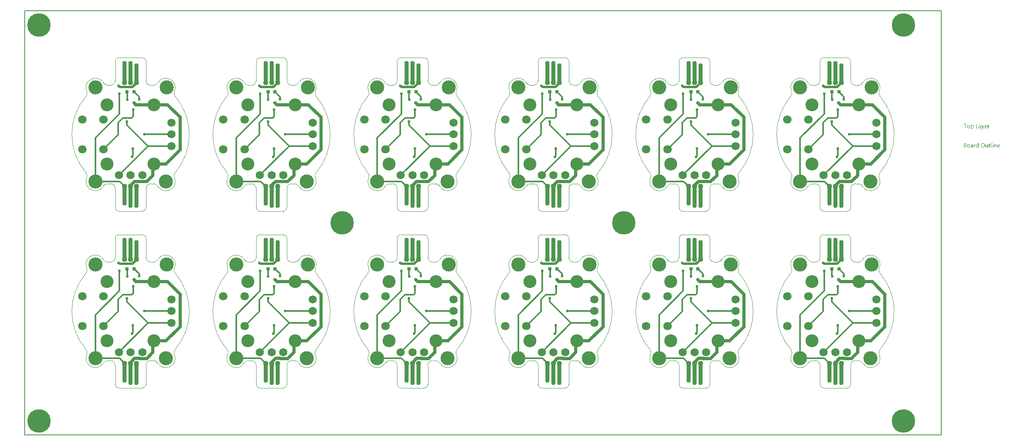
<source format=gtl>
G04*
G04 #@! TF.GenerationSoftware,Altium Limited,Altium Designer,21.9.2 (33)*
G04*
G04 Layer_Physical_Order=1*
G04 Layer_Color=255*
%FSAX25Y25*%
%MOIN*%
G70*
G04*
G04 #@! TF.SameCoordinates,367260C6-96D2-48BC-AEAF-795D9B4D27C7*
G04*
G04*
G04 #@! TF.FilePolarity,Positive*
G04*
G01*
G75*
G04:AMPARAMS|DCode=10|XSize=35.43mil|YSize=188.98mil|CornerRadius=13.82mil|HoleSize=0mil|Usage=FLASHONLY|Rotation=0.000|XOffset=0mil|YOffset=0mil|HoleType=Round|Shape=RoundedRectangle|*
%AMROUNDEDRECTD10*
21,1,0.03543,0.16134,0,0,0.0*
21,1,0.00780,0.18898,0,0,0.0*
1,1,0.02764,0.00390,-0.08067*
1,1,0.02764,-0.00390,-0.08067*
1,1,0.02764,-0.00390,0.08067*
1,1,0.02764,0.00390,0.08067*
%
%ADD10ROUNDEDRECTD10*%
G04:AMPARAMS|DCode=11|XSize=35.43mil|YSize=169.29mil|CornerRadius=13.82mil|HoleSize=0mil|Usage=FLASHONLY|Rotation=0.000|XOffset=0mil|YOffset=0mil|HoleType=Round|Shape=RoundedRectangle|*
%AMROUNDEDRECTD11*
21,1,0.03543,0.14165,0,0,0.0*
21,1,0.00780,0.16929,0,0,0.0*
1,1,0.02764,0.00390,-0.07083*
1,1,0.02764,-0.00390,-0.07083*
1,1,0.02764,-0.00390,0.07083*
1,1,0.02764,0.00390,0.07083*
%
%ADD11ROUNDEDRECTD11*%
%ADD12R,0.03150X0.03150*%
%ADD13C,0.02756*%
%ADD14C,0.01181*%
%ADD15C,0.01968*%
%ADD16C,0.00787*%
%ADD17C,0.00394*%
%ADD18C,0.19685*%
%ADD19C,0.06890*%
%ADD20C,0.10827*%
%ADD21C,0.07087*%
%ADD22C,0.11811*%
%ADD23C,0.04370*%
%ADD24C,0.02362*%
G36*
X0774368Y0240261D02*
X0774412Y0240254D01*
X0774455Y0240248D01*
X0774566Y0240224D01*
X0774690Y0240186D01*
X0774814Y0240125D01*
X0774876Y0240087D01*
X0774938Y0240038D01*
X0774994Y0239988D01*
X0775049Y0239927D01*
X0775055Y0239920D01*
X0775062Y0239914D01*
X0775074Y0239889D01*
X0775093Y0239865D01*
X0775111Y0239834D01*
X0775136Y0239790D01*
X0775161Y0239741D01*
X0775185Y0239691D01*
X0775210Y0239629D01*
X0775235Y0239561D01*
X0775260Y0239487D01*
X0775278Y0239406D01*
X0775309Y0239227D01*
X0775322Y0239128D01*
Y0239023D01*
Y0239017D01*
Y0238998D01*
Y0238961D01*
X0775315Y0238917D01*
Y0238868D01*
X0775303Y0238806D01*
X0775297Y0238738D01*
X0775284Y0238664D01*
X0775247Y0238503D01*
X0775192Y0238336D01*
X0775154Y0238255D01*
X0775117Y0238175D01*
X0775068Y0238094D01*
X0775012Y0238020D01*
X0775006Y0238014D01*
X0775000Y0238001D01*
X0774981Y0237983D01*
X0774956Y0237964D01*
X0774925Y0237933D01*
X0774888Y0237902D01*
X0774845Y0237865D01*
X0774795Y0237834D01*
X0774740Y0237797D01*
X0774678Y0237760D01*
X0774529Y0237704D01*
X0774449Y0237680D01*
X0774368Y0237661D01*
X0774275Y0237649D01*
X0774176Y0237642D01*
X0774127D01*
X0774096Y0237649D01*
X0774053Y0237655D01*
X0774009Y0237667D01*
X0773898Y0237692D01*
X0773780Y0237741D01*
X0773712Y0237778D01*
X0773650Y0237816D01*
X0773588Y0237865D01*
X0773533Y0237921D01*
X0773471Y0237983D01*
X0773421Y0238057D01*
X0773409D01*
Y0236547D01*
X0773006D01*
Y0240211D01*
X0773409D01*
Y0239766D01*
X0773421D01*
X0773427Y0239772D01*
X0773434Y0239790D01*
X0773452Y0239815D01*
X0773477Y0239846D01*
X0773508Y0239883D01*
X0773545Y0239927D01*
X0773588Y0239970D01*
X0773644Y0240019D01*
X0773700Y0240063D01*
X0773762Y0240106D01*
X0773836Y0240149D01*
X0773910Y0240186D01*
X0773997Y0240224D01*
X0774090Y0240248D01*
X0774183Y0240261D01*
X0774288Y0240267D01*
X0774337D01*
X0774368Y0240261D01*
D02*
G37*
G36*
X0788482Y0240248D02*
X0788556Y0240242D01*
X0788599Y0240230D01*
X0788630Y0240217D01*
Y0239803D01*
X0788624Y0239809D01*
X0788612Y0239815D01*
X0788587Y0239827D01*
X0788556Y0239846D01*
X0788512Y0239858D01*
X0788457Y0239871D01*
X0788395Y0239877D01*
X0788327Y0239883D01*
X0788314D01*
X0788283Y0239877D01*
X0788234Y0239871D01*
X0788178Y0239852D01*
X0788104Y0239821D01*
X0788036Y0239778D01*
X0787961Y0239716D01*
X0787893Y0239635D01*
X0787887Y0239623D01*
X0787869Y0239592D01*
X0787838Y0239536D01*
X0787807Y0239462D01*
X0787776Y0239369D01*
X0787745Y0239252D01*
X0787726Y0239122D01*
X0787720Y0238973D01*
Y0237698D01*
X0787318D01*
Y0240211D01*
X0787720D01*
Y0239691D01*
X0787733D01*
Y0239697D01*
X0787739Y0239704D01*
X0787751Y0239735D01*
X0787770Y0239784D01*
X0787801Y0239846D01*
X0787831Y0239908D01*
X0787881Y0239976D01*
X0787931Y0240044D01*
X0787992Y0240106D01*
X0787999Y0240112D01*
X0788023Y0240131D01*
X0788061Y0240156D01*
X0788110Y0240180D01*
X0788166Y0240205D01*
X0788234Y0240230D01*
X0788308Y0240248D01*
X0788389Y0240254D01*
X0788444D01*
X0788482Y0240248D01*
D02*
G37*
G36*
X0783102Y0237296D02*
X0783096Y0237290D01*
X0783090Y0237265D01*
X0783071Y0237221D01*
X0783047Y0237172D01*
X0783016Y0237116D01*
X0782972Y0237048D01*
X0782929Y0236980D01*
X0782879Y0236906D01*
X0782818Y0236831D01*
X0782756Y0236763D01*
X0782682Y0236695D01*
X0782601Y0236640D01*
X0782520Y0236590D01*
X0782428Y0236547D01*
X0782335Y0236522D01*
X0782230Y0236516D01*
X0782174D01*
X0782137Y0236522D01*
X0782056Y0236534D01*
X0781970Y0236553D01*
Y0236912D01*
X0781976D01*
X0781994Y0236906D01*
X0782019Y0236899D01*
X0782050Y0236893D01*
X0782124Y0236875D01*
X0782205Y0236869D01*
X0782217D01*
X0782254Y0236875D01*
X0782310Y0236887D01*
X0782378Y0236912D01*
X0782452Y0236955D01*
X0782490Y0236986D01*
X0782527Y0237023D01*
X0782564Y0237060D01*
X0782601Y0237110D01*
X0782632Y0237166D01*
X0782663Y0237228D01*
X0782867Y0237698D01*
X0781883Y0240211D01*
X0782329D01*
X0783009Y0238274D01*
Y0238267D01*
X0783016Y0238255D01*
X0783022Y0238237D01*
X0783028Y0238212D01*
X0783034Y0238175D01*
X0783047Y0238138D01*
X0783059Y0238082D01*
X0783078D01*
Y0238094D01*
X0783090Y0238131D01*
X0783102Y0238187D01*
X0783127Y0238267D01*
X0783839Y0240211D01*
X0784254D01*
X0783102Y0237296D01*
D02*
G37*
G36*
X0780694Y0240261D02*
X0780750Y0240254D01*
X0780818Y0240236D01*
X0780893Y0240217D01*
X0780973Y0240186D01*
X0781060Y0240149D01*
X0781140Y0240100D01*
X0781221Y0240038D01*
X0781295Y0239964D01*
X0781363Y0239871D01*
X0781419Y0239766D01*
X0781462Y0239642D01*
X0781487Y0239499D01*
X0781499Y0239332D01*
Y0237698D01*
X0781097D01*
Y0238088D01*
X0781084D01*
Y0238082D01*
X0781072Y0238070D01*
X0781060Y0238045D01*
X0781035Y0238020D01*
X0780973Y0237946D01*
X0780893Y0237865D01*
X0780781Y0237785D01*
X0780651Y0237710D01*
X0780571Y0237686D01*
X0780490Y0237661D01*
X0780404Y0237649D01*
X0780311Y0237642D01*
X0780273D01*
X0780249Y0237649D01*
X0780181Y0237655D01*
X0780100Y0237667D01*
X0780001Y0237692D01*
X0779908Y0237723D01*
X0779809Y0237772D01*
X0779723Y0237834D01*
X0779716Y0237847D01*
X0779692Y0237871D01*
X0779655Y0237915D01*
X0779617Y0237977D01*
X0779580Y0238051D01*
X0779543Y0238138D01*
X0779518Y0238243D01*
X0779512Y0238360D01*
Y0238367D01*
Y0238391D01*
X0779518Y0238428D01*
X0779525Y0238472D01*
X0779537Y0238527D01*
X0779556Y0238589D01*
X0779580Y0238657D01*
X0779617Y0238726D01*
X0779661Y0238800D01*
X0779716Y0238874D01*
X0779784Y0238942D01*
X0779865Y0239004D01*
X0779958Y0239066D01*
X0780069Y0239116D01*
X0780193Y0239153D01*
X0780342Y0239184D01*
X0781097Y0239289D01*
Y0239295D01*
Y0239314D01*
X0781091Y0239351D01*
Y0239388D01*
X0781078Y0239437D01*
X0781072Y0239493D01*
X0781035Y0239611D01*
X0781004Y0239667D01*
X0780973Y0239722D01*
X0780930Y0239778D01*
X0780880Y0239827D01*
X0780818Y0239871D01*
X0780750Y0239902D01*
X0780670Y0239920D01*
X0780577Y0239927D01*
X0780534D01*
X0780503Y0239920D01*
X0780459D01*
X0780416Y0239908D01*
X0780304Y0239889D01*
X0780181Y0239852D01*
X0780045Y0239796D01*
X0779970Y0239759D01*
X0779902Y0239722D01*
X0779828Y0239673D01*
X0779760Y0239617D01*
Y0240032D01*
X0779766D01*
X0779778Y0240044D01*
X0779797Y0240056D01*
X0779828Y0240069D01*
X0779859Y0240087D01*
X0779902Y0240106D01*
X0779952Y0240125D01*
X0780007Y0240149D01*
X0780131Y0240193D01*
X0780280Y0240230D01*
X0780441Y0240254D01*
X0780614Y0240267D01*
X0780651D01*
X0780694Y0240261D01*
D02*
G37*
G36*
X0777804Y0238070D02*
X0779215D01*
Y0237698D01*
X0777389D01*
Y0241214D01*
X0777804D01*
Y0238070D01*
D02*
G37*
G36*
X0769565Y0240843D02*
X0768550D01*
Y0237698D01*
X0768141D01*
Y0240843D01*
X0767126D01*
Y0241214D01*
X0769565D01*
Y0240843D01*
D02*
G37*
G36*
X0785758Y0240261D02*
X0785801Y0240254D01*
X0785845Y0240248D01*
X0785956Y0240230D01*
X0786080Y0240186D01*
X0786204Y0240131D01*
X0786266Y0240094D01*
X0786327Y0240050D01*
X0786383Y0240001D01*
X0786439Y0239945D01*
X0786445Y0239939D01*
X0786451Y0239933D01*
X0786464Y0239914D01*
X0786482Y0239889D01*
X0786501Y0239852D01*
X0786525Y0239815D01*
X0786550Y0239772D01*
X0786575Y0239716D01*
X0786600Y0239654D01*
X0786624Y0239592D01*
X0786649Y0239518D01*
X0786668Y0239437D01*
X0786686Y0239351D01*
X0786699Y0239264D01*
X0786711Y0239165D01*
Y0239060D01*
Y0238849D01*
X0784935D01*
Y0238843D01*
Y0238831D01*
Y0238812D01*
X0784941Y0238781D01*
X0784947Y0238744D01*
Y0238707D01*
X0784966Y0238608D01*
X0784997Y0238509D01*
X0785034Y0238398D01*
X0785089Y0238292D01*
X0785157Y0238199D01*
X0785170Y0238187D01*
X0785195Y0238162D01*
X0785244Y0238131D01*
X0785312Y0238088D01*
X0785399Y0238045D01*
X0785498Y0238014D01*
X0785615Y0237989D01*
X0785752Y0237977D01*
X0785795D01*
X0785826Y0237983D01*
X0785863D01*
X0785907Y0237989D01*
X0786012Y0238014D01*
X0786129Y0238045D01*
X0786259Y0238094D01*
X0786396Y0238162D01*
X0786464Y0238206D01*
X0786532Y0238255D01*
Y0237878D01*
X0786525D01*
X0786519Y0237865D01*
X0786501Y0237859D01*
X0786470Y0237840D01*
X0786439Y0237822D01*
X0786402Y0237803D01*
X0786352Y0237785D01*
X0786303Y0237760D01*
X0786241Y0237735D01*
X0786173Y0237717D01*
X0786024Y0237680D01*
X0785851Y0237655D01*
X0785659Y0237642D01*
X0785609D01*
X0785572Y0237649D01*
X0785529Y0237655D01*
X0785473Y0237661D01*
X0785356Y0237686D01*
X0785219Y0237723D01*
X0785083Y0237785D01*
X0785015Y0237828D01*
X0784947Y0237871D01*
X0784885Y0237921D01*
X0784823Y0237983D01*
X0784817Y0237989D01*
X0784811Y0238001D01*
X0784798Y0238020D01*
X0784774Y0238045D01*
X0784755Y0238082D01*
X0784730Y0238125D01*
X0784699Y0238175D01*
X0784675Y0238230D01*
X0784644Y0238292D01*
X0784619Y0238367D01*
X0784588Y0238447D01*
X0784569Y0238534D01*
X0784551Y0238627D01*
X0784532Y0238726D01*
X0784526Y0238831D01*
X0784520Y0238942D01*
Y0238948D01*
Y0238967D01*
Y0238998D01*
X0784526Y0239041D01*
X0784532Y0239091D01*
X0784539Y0239146D01*
X0784545Y0239215D01*
X0784563Y0239283D01*
X0784600Y0239431D01*
X0784656Y0239592D01*
X0784693Y0239673D01*
X0784743Y0239747D01*
X0784792Y0239827D01*
X0784848Y0239896D01*
X0784854Y0239902D01*
X0784867Y0239914D01*
X0784885Y0239933D01*
X0784910Y0239951D01*
X0784941Y0239982D01*
X0784978Y0240013D01*
X0785028Y0240044D01*
X0785077Y0240081D01*
X0785195Y0240149D01*
X0785337Y0240211D01*
X0785417Y0240230D01*
X0785498Y0240248D01*
X0785585Y0240261D01*
X0785677Y0240267D01*
X0785727D01*
X0785758Y0240261D01*
D02*
G37*
G36*
X0771267D02*
X0771310Y0240254D01*
X0771366Y0240248D01*
X0771490Y0240224D01*
X0771632Y0240180D01*
X0771775Y0240118D01*
X0771849Y0240081D01*
X0771917Y0240038D01*
X0771985Y0239982D01*
X0772047Y0239920D01*
X0772053Y0239914D01*
X0772059Y0239902D01*
X0772078Y0239883D01*
X0772097Y0239858D01*
X0772121Y0239821D01*
X0772146Y0239778D01*
X0772177Y0239728D01*
X0772208Y0239673D01*
X0772233Y0239605D01*
X0772264Y0239536D01*
X0772289Y0239456D01*
X0772313Y0239369D01*
X0772332Y0239277D01*
X0772350Y0239177D01*
X0772357Y0239072D01*
X0772363Y0238961D01*
Y0238955D01*
Y0238936D01*
Y0238905D01*
X0772357Y0238862D01*
X0772350Y0238812D01*
X0772344Y0238750D01*
X0772332Y0238688D01*
X0772319Y0238614D01*
X0772282Y0238466D01*
X0772220Y0238305D01*
X0772183Y0238224D01*
X0772134Y0238144D01*
X0772084Y0238070D01*
X0772022Y0238001D01*
X0772016Y0237995D01*
X0772004Y0237989D01*
X0771985Y0237970D01*
X0771960Y0237946D01*
X0771923Y0237921D01*
X0771886Y0237890D01*
X0771837Y0237853D01*
X0771781Y0237822D01*
X0771719Y0237791D01*
X0771651Y0237754D01*
X0771577Y0237723D01*
X0771496Y0237698D01*
X0771410Y0237673D01*
X0771317Y0237661D01*
X0771218Y0237649D01*
X0771112Y0237642D01*
X0771057D01*
X0771020Y0237649D01*
X0770976Y0237655D01*
X0770921Y0237661D01*
X0770859Y0237673D01*
X0770790Y0237686D01*
X0770648Y0237729D01*
X0770500Y0237791D01*
X0770425Y0237828D01*
X0770357Y0237878D01*
X0770289Y0237927D01*
X0770221Y0237989D01*
X0770215Y0237995D01*
X0770209Y0238007D01*
X0770190Y0238026D01*
X0770171Y0238051D01*
X0770147Y0238088D01*
X0770116Y0238131D01*
X0770085Y0238181D01*
X0770060Y0238237D01*
X0770029Y0238305D01*
X0769998Y0238373D01*
X0769967Y0238447D01*
X0769942Y0238534D01*
X0769905Y0238719D01*
X0769899Y0238818D01*
X0769893Y0238924D01*
Y0238930D01*
Y0238955D01*
Y0238986D01*
X0769899Y0239029D01*
X0769905Y0239078D01*
X0769911Y0239140D01*
X0769924Y0239208D01*
X0769936Y0239283D01*
X0769973Y0239444D01*
X0770035Y0239605D01*
X0770079Y0239685D01*
X0770122Y0239766D01*
X0770171Y0239840D01*
X0770233Y0239908D01*
X0770240Y0239914D01*
X0770252Y0239927D01*
X0770270Y0239939D01*
X0770295Y0239964D01*
X0770332Y0239988D01*
X0770376Y0240019D01*
X0770425Y0240056D01*
X0770481Y0240087D01*
X0770543Y0240118D01*
X0770617Y0240156D01*
X0770691Y0240186D01*
X0770778Y0240211D01*
X0770865Y0240236D01*
X0770964Y0240254D01*
X0771069Y0240261D01*
X0771174Y0240267D01*
X0771230D01*
X0771267Y0240261D01*
D02*
G37*
G36*
X0791335Y0225275D02*
X0791360D01*
X0791416Y0225251D01*
X0791446Y0225232D01*
X0791477Y0225207D01*
X0791484Y0225201D01*
X0791490Y0225195D01*
X0791521Y0225158D01*
X0791545Y0225096D01*
X0791552Y0225059D01*
X0791558Y0225022D01*
Y0225015D01*
Y0225003D01*
X0791552Y0224984D01*
X0791545Y0224960D01*
X0791527Y0224898D01*
X0791502Y0224867D01*
X0791477Y0224836D01*
X0791471D01*
X0791465Y0224823D01*
X0791428Y0224799D01*
X0791372Y0224774D01*
X0791335Y0224768D01*
X0791298Y0224762D01*
X0791279D01*
X0791261Y0224768D01*
X0791236D01*
X0791174Y0224793D01*
X0791143Y0224805D01*
X0791112Y0224830D01*
Y0224836D01*
X0791100Y0224842D01*
X0791087Y0224861D01*
X0791075Y0224879D01*
X0791050Y0224941D01*
X0791044Y0224978D01*
X0791038Y0225022D01*
Y0225028D01*
Y0225040D01*
X0791044Y0225059D01*
X0791050Y0225090D01*
X0791069Y0225145D01*
X0791087Y0225176D01*
X0791112Y0225207D01*
X0791118Y0225213D01*
X0791125Y0225220D01*
X0791162Y0225244D01*
X0791224Y0225269D01*
X0791261Y0225282D01*
X0791317D01*
X0791335Y0225275D01*
D02*
G37*
G36*
X0779345Y0221611D02*
X0778943D01*
Y0222032D01*
X0778930D01*
Y0222026D01*
X0778918Y0222013D01*
X0778899Y0221988D01*
X0778881Y0221957D01*
X0778850Y0221920D01*
X0778813Y0221883D01*
X0778769Y0221840D01*
X0778720Y0221796D01*
X0778664Y0221747D01*
X0778596Y0221704D01*
X0778528Y0221667D01*
X0778447Y0221629D01*
X0778367Y0221599D01*
X0778274Y0221574D01*
X0778175Y0221561D01*
X0778070Y0221555D01*
X0778027D01*
X0777989Y0221561D01*
X0777952Y0221568D01*
X0777903Y0221574D01*
X0777798Y0221599D01*
X0777674Y0221636D01*
X0777550Y0221697D01*
X0777482Y0221735D01*
X0777426Y0221778D01*
X0777364Y0221834D01*
X0777309Y0221889D01*
Y0221896D01*
X0777296Y0221908D01*
X0777284Y0221926D01*
X0777265Y0221951D01*
X0777247Y0221982D01*
X0777222Y0222026D01*
X0777197Y0222075D01*
X0777172Y0222131D01*
X0777141Y0222193D01*
X0777117Y0222261D01*
X0777092Y0222335D01*
X0777073Y0222415D01*
X0777055Y0222502D01*
X0777042Y0222601D01*
X0777036Y0222700D01*
X0777030Y0222806D01*
Y0222812D01*
Y0222830D01*
Y0222867D01*
X0777036Y0222911D01*
X0777042Y0222960D01*
X0777049Y0223022D01*
X0777055Y0223090D01*
X0777067Y0223165D01*
X0777104Y0223325D01*
X0777160Y0223493D01*
X0777197Y0223573D01*
X0777240Y0223654D01*
X0777284Y0223728D01*
X0777340Y0223802D01*
X0777346Y0223808D01*
X0777352Y0223821D01*
X0777370Y0223839D01*
X0777395Y0223864D01*
X0777426Y0223889D01*
X0777469Y0223920D01*
X0777513Y0223957D01*
X0777562Y0223994D01*
X0777686Y0224062D01*
X0777829Y0224124D01*
X0777909Y0224143D01*
X0777996Y0224161D01*
X0778082Y0224173D01*
X0778181Y0224180D01*
X0778231D01*
X0778268Y0224173D01*
X0778305Y0224167D01*
X0778355Y0224161D01*
X0778466Y0224130D01*
X0778590Y0224081D01*
X0778652Y0224050D01*
X0778714Y0224006D01*
X0778776Y0223963D01*
X0778831Y0223907D01*
X0778881Y0223845D01*
X0778930Y0223771D01*
X0778943D01*
Y0225331D01*
X0779345D01*
Y0221611D01*
D02*
G37*
G36*
X0793613Y0224173D02*
X0793687Y0224167D01*
X0793780Y0224149D01*
X0793879Y0224118D01*
X0793984Y0224068D01*
X0794090Y0224000D01*
X0794133Y0223963D01*
X0794176Y0223914D01*
X0794189Y0223901D01*
X0794213Y0223864D01*
X0794244Y0223802D01*
X0794288Y0223715D01*
X0794325Y0223610D01*
X0794362Y0223480D01*
X0794387Y0223325D01*
X0794393Y0223146D01*
Y0221611D01*
X0793991D01*
Y0223041D01*
Y0223047D01*
Y0223078D01*
X0793984Y0223115D01*
Y0223165D01*
X0793972Y0223226D01*
X0793960Y0223294D01*
X0793941Y0223369D01*
X0793916Y0223443D01*
X0793885Y0223517D01*
X0793848Y0223585D01*
X0793799Y0223654D01*
X0793743Y0223715D01*
X0793681Y0223765D01*
X0793601Y0223802D01*
X0793514Y0223833D01*
X0793409Y0223839D01*
X0793396D01*
X0793359Y0223833D01*
X0793303Y0223827D01*
X0793235Y0223808D01*
X0793155Y0223783D01*
X0793068Y0223740D01*
X0792988Y0223685D01*
X0792907Y0223610D01*
X0792901Y0223598D01*
X0792876Y0223573D01*
X0792845Y0223523D01*
X0792808Y0223456D01*
X0792771Y0223375D01*
X0792740Y0223276D01*
X0792715Y0223165D01*
X0792709Y0223041D01*
Y0221611D01*
X0792307D01*
Y0224124D01*
X0792709D01*
Y0223703D01*
X0792722D01*
X0792728Y0223709D01*
X0792734Y0223722D01*
X0792753Y0223746D01*
X0792777Y0223777D01*
X0792802Y0223815D01*
X0792839Y0223852D01*
X0792883Y0223895D01*
X0792932Y0223944D01*
X0792988Y0223988D01*
X0793050Y0224031D01*
X0793118Y0224068D01*
X0793192Y0224105D01*
X0793266Y0224136D01*
X0793353Y0224161D01*
X0793446Y0224173D01*
X0793545Y0224180D01*
X0793582D01*
X0793613Y0224173D01*
D02*
G37*
G36*
X0776615Y0224161D02*
X0776689Y0224155D01*
X0776733Y0224143D01*
X0776764Y0224130D01*
Y0223715D01*
X0776758Y0223722D01*
X0776745Y0223728D01*
X0776721Y0223740D01*
X0776689Y0223759D01*
X0776646Y0223771D01*
X0776590Y0223783D01*
X0776529Y0223790D01*
X0776461Y0223796D01*
X0776448D01*
X0776417Y0223790D01*
X0776368Y0223783D01*
X0776312Y0223765D01*
X0776238Y0223734D01*
X0776170Y0223691D01*
X0776095Y0223629D01*
X0776027Y0223548D01*
X0776021Y0223536D01*
X0776003Y0223505D01*
X0775972Y0223449D01*
X0775941Y0223375D01*
X0775910Y0223282D01*
X0775879Y0223165D01*
X0775860Y0223035D01*
X0775854Y0222886D01*
Y0221611D01*
X0775452D01*
Y0224124D01*
X0775854D01*
Y0223604D01*
X0775866D01*
Y0223610D01*
X0775873Y0223616D01*
X0775885Y0223647D01*
X0775903Y0223697D01*
X0775934Y0223759D01*
X0775965Y0223821D01*
X0776015Y0223889D01*
X0776064Y0223957D01*
X0776126Y0224019D01*
X0776132Y0224025D01*
X0776157Y0224043D01*
X0776194Y0224068D01*
X0776244Y0224093D01*
X0776300Y0224118D01*
X0776368Y0224143D01*
X0776442Y0224161D01*
X0776522Y0224167D01*
X0776578D01*
X0776615Y0224161D01*
D02*
G37*
G36*
X0787355Y0221611D02*
X0786953D01*
Y0222007D01*
X0786940D01*
Y0222001D01*
X0786928Y0221988D01*
X0786915Y0221964D01*
X0786891Y0221939D01*
X0786835Y0221865D01*
X0786748Y0221784D01*
X0786699Y0221741D01*
X0786643Y0221697D01*
X0786581Y0221660D01*
X0786507Y0221623D01*
X0786433Y0221599D01*
X0786352Y0221574D01*
X0786259Y0221561D01*
X0786166Y0221555D01*
X0786129D01*
X0786086Y0221561D01*
X0786024Y0221574D01*
X0785956Y0221586D01*
X0785882Y0221611D01*
X0785801Y0221642D01*
X0785721Y0221691D01*
X0785634Y0221747D01*
X0785554Y0221815D01*
X0785479Y0221902D01*
X0785411Y0222007D01*
X0785349Y0222125D01*
X0785306Y0222267D01*
X0785281Y0222434D01*
X0785269Y0222521D01*
Y0222620D01*
Y0224124D01*
X0785665D01*
Y0222682D01*
Y0222675D01*
Y0222651D01*
X0785671Y0222607D01*
X0785677Y0222558D01*
X0785684Y0222496D01*
X0785696Y0222434D01*
X0785715Y0222360D01*
X0785739Y0222286D01*
X0785777Y0222211D01*
X0785814Y0222143D01*
X0785863Y0222075D01*
X0785925Y0222013D01*
X0785993Y0221964D01*
X0786074Y0221926D01*
X0786173Y0221896D01*
X0786278Y0221889D01*
X0786290D01*
X0786327Y0221896D01*
X0786383Y0221902D01*
X0786445Y0221914D01*
X0786525Y0221945D01*
X0786606Y0221982D01*
X0786686Y0222032D01*
X0786761Y0222106D01*
X0786767Y0222118D01*
X0786792Y0222143D01*
X0786823Y0222193D01*
X0786860Y0222261D01*
X0786891Y0222341D01*
X0786922Y0222440D01*
X0786946Y0222552D01*
X0786953Y0222675D01*
Y0224124D01*
X0787355D01*
Y0221611D01*
D02*
G37*
G36*
X0791490D02*
X0791087D01*
Y0224124D01*
X0791490D01*
Y0221611D01*
D02*
G37*
G36*
X0790270D02*
X0789868D01*
Y0225331D01*
X0790270D01*
Y0221611D01*
D02*
G37*
G36*
X0773892Y0224173D02*
X0773947Y0224167D01*
X0774016Y0224149D01*
X0774090Y0224130D01*
X0774170Y0224099D01*
X0774257Y0224062D01*
X0774337Y0224013D01*
X0774418Y0223951D01*
X0774492Y0223876D01*
X0774560Y0223783D01*
X0774616Y0223678D01*
X0774659Y0223554D01*
X0774684Y0223412D01*
X0774696Y0223245D01*
Y0221611D01*
X0774294D01*
Y0222001D01*
X0774282D01*
Y0221995D01*
X0774269Y0221982D01*
X0774257Y0221957D01*
X0774232Y0221933D01*
X0774170Y0221858D01*
X0774090Y0221778D01*
X0773978Y0221697D01*
X0773848Y0221623D01*
X0773768Y0221599D01*
X0773687Y0221574D01*
X0773601Y0221561D01*
X0773508Y0221555D01*
X0773471D01*
X0773446Y0221561D01*
X0773378Y0221568D01*
X0773297Y0221580D01*
X0773198Y0221605D01*
X0773105Y0221636D01*
X0773006Y0221685D01*
X0772920Y0221747D01*
X0772914Y0221759D01*
X0772889Y0221784D01*
X0772852Y0221828D01*
X0772815Y0221889D01*
X0772778Y0221964D01*
X0772740Y0222050D01*
X0772716Y0222156D01*
X0772709Y0222273D01*
Y0222279D01*
Y0222304D01*
X0772716Y0222341D01*
X0772722Y0222385D01*
X0772734Y0222440D01*
X0772753Y0222502D01*
X0772778Y0222570D01*
X0772815Y0222638D01*
X0772858Y0222713D01*
X0772914Y0222787D01*
X0772982Y0222855D01*
X0773062Y0222917D01*
X0773155Y0222979D01*
X0773267Y0223028D01*
X0773390Y0223065D01*
X0773539Y0223096D01*
X0774294Y0223202D01*
Y0223208D01*
Y0223226D01*
X0774288Y0223264D01*
Y0223301D01*
X0774275Y0223350D01*
X0774269Y0223406D01*
X0774232Y0223523D01*
X0774201Y0223579D01*
X0774170Y0223635D01*
X0774127Y0223691D01*
X0774077Y0223740D01*
X0774016Y0223783D01*
X0773947Y0223815D01*
X0773867Y0223833D01*
X0773774Y0223839D01*
X0773731D01*
X0773700Y0223833D01*
X0773656D01*
X0773613Y0223821D01*
X0773502Y0223802D01*
X0773378Y0223765D01*
X0773242Y0223709D01*
X0773167Y0223672D01*
X0773099Y0223635D01*
X0773025Y0223585D01*
X0772957Y0223530D01*
Y0223944D01*
X0772963D01*
X0772975Y0223957D01*
X0772994Y0223969D01*
X0773025Y0223982D01*
X0773056Y0224000D01*
X0773099Y0224019D01*
X0773149Y0224037D01*
X0773205Y0224062D01*
X0773328Y0224105D01*
X0773477Y0224143D01*
X0773638Y0224167D01*
X0773811Y0224180D01*
X0773848D01*
X0773892Y0224173D01*
D02*
G37*
G36*
X0768203Y0225121D02*
X0768246D01*
X0768290Y0225114D01*
X0768389Y0225102D01*
X0768506Y0225071D01*
X0768630Y0225034D01*
X0768748Y0224978D01*
X0768853Y0224904D01*
X0768859D01*
X0768865Y0224891D01*
X0768896Y0224867D01*
X0768940Y0224817D01*
X0768989Y0224749D01*
X0769032Y0224662D01*
X0769076Y0224564D01*
X0769107Y0224452D01*
X0769119Y0224390D01*
Y0224322D01*
Y0224316D01*
Y0224310D01*
Y0224272D01*
X0769113Y0224217D01*
X0769101Y0224149D01*
X0769082Y0224062D01*
X0769051Y0223975D01*
X0769014Y0223889D01*
X0768958Y0223802D01*
X0768952Y0223790D01*
X0768927Y0223765D01*
X0768890Y0223728D01*
X0768841Y0223678D01*
X0768779Y0223629D01*
X0768704Y0223573D01*
X0768612Y0223530D01*
X0768513Y0223486D01*
Y0223480D01*
X0768531D01*
X0768550Y0223474D01*
X0768568Y0223468D01*
X0768636Y0223456D01*
X0768717Y0223431D01*
X0768804Y0223394D01*
X0768896Y0223350D01*
X0768989Y0223288D01*
X0769076Y0223208D01*
X0769088Y0223196D01*
X0769113Y0223165D01*
X0769144Y0223121D01*
X0769187Y0223053D01*
X0769224Y0222966D01*
X0769262Y0222867D01*
X0769286Y0222750D01*
X0769292Y0222620D01*
Y0222614D01*
Y0222601D01*
Y0222576D01*
X0769286Y0222546D01*
X0769280Y0222508D01*
X0769274Y0222465D01*
X0769249Y0222360D01*
X0769212Y0222242D01*
X0769156Y0222118D01*
X0769119Y0222063D01*
X0769076Y0222001D01*
X0769020Y0221945D01*
X0768964Y0221889D01*
X0768958D01*
X0768952Y0221877D01*
X0768933Y0221865D01*
X0768909Y0221846D01*
X0768878Y0221828D01*
X0768834Y0221803D01*
X0768742Y0221753D01*
X0768624Y0221697D01*
X0768488Y0221654D01*
X0768327Y0221623D01*
X0768246Y0221617D01*
X0768153Y0221611D01*
X0767126D01*
Y0225127D01*
X0768172D01*
X0768203Y0225121D01*
D02*
G37*
G36*
X0788698Y0224124D02*
X0789336D01*
Y0223777D01*
X0788698D01*
Y0222360D01*
Y0222347D01*
Y0222317D01*
X0788704Y0222273D01*
X0788710Y0222217D01*
X0788735Y0222100D01*
X0788754Y0222044D01*
X0788785Y0222001D01*
X0788791Y0221995D01*
X0788803Y0221982D01*
X0788822Y0221970D01*
X0788853Y0221951D01*
X0788890Y0221926D01*
X0788940Y0221914D01*
X0789002Y0221902D01*
X0789070Y0221896D01*
X0789094D01*
X0789125Y0221902D01*
X0789162Y0221908D01*
X0789249Y0221933D01*
X0789292Y0221951D01*
X0789336Y0221976D01*
Y0221629D01*
X0789329D01*
X0789311Y0221617D01*
X0789280Y0221611D01*
X0789237Y0221599D01*
X0789181Y0221586D01*
X0789119Y0221574D01*
X0789045Y0221568D01*
X0788958Y0221561D01*
X0788927D01*
X0788896Y0221568D01*
X0788853Y0221574D01*
X0788803Y0221586D01*
X0788748Y0221599D01*
X0788692Y0221623D01*
X0788630Y0221654D01*
X0788568Y0221691D01*
X0788506Y0221741D01*
X0788450Y0221796D01*
X0788401Y0221871D01*
X0788358Y0221951D01*
X0788327Y0222050D01*
X0788302Y0222162D01*
X0788296Y0222292D01*
Y0223777D01*
X0787869D01*
Y0224124D01*
X0788296D01*
Y0224737D01*
X0788698Y0224867D01*
Y0224124D01*
D02*
G37*
G36*
X0796225Y0224173D02*
X0796269Y0224167D01*
X0796312Y0224161D01*
X0796423Y0224143D01*
X0796547Y0224099D01*
X0796671Y0224043D01*
X0796733Y0224006D01*
X0796795Y0223963D01*
X0796850Y0223914D01*
X0796906Y0223858D01*
X0796912Y0223852D01*
X0796918Y0223845D01*
X0796931Y0223827D01*
X0796949Y0223802D01*
X0796968Y0223765D01*
X0796993Y0223728D01*
X0797017Y0223685D01*
X0797042Y0223629D01*
X0797067Y0223567D01*
X0797092Y0223505D01*
X0797117Y0223431D01*
X0797135Y0223350D01*
X0797154Y0223264D01*
X0797166Y0223177D01*
X0797178Y0223078D01*
Y0222973D01*
Y0222762D01*
X0795402D01*
Y0222756D01*
Y0222744D01*
Y0222725D01*
X0795408Y0222694D01*
X0795414Y0222657D01*
Y0222620D01*
X0795433Y0222521D01*
X0795464Y0222422D01*
X0795501Y0222310D01*
X0795557Y0222205D01*
X0795625Y0222112D01*
X0795637Y0222100D01*
X0795662Y0222075D01*
X0795711Y0222044D01*
X0795780Y0222001D01*
X0795866Y0221957D01*
X0795965Y0221926D01*
X0796083Y0221902D01*
X0796219Y0221889D01*
X0796262D01*
X0796293Y0221896D01*
X0796330D01*
X0796374Y0221902D01*
X0796479Y0221926D01*
X0796597Y0221957D01*
X0796727Y0222007D01*
X0796863Y0222075D01*
X0796931Y0222118D01*
X0796999Y0222168D01*
Y0221790D01*
X0796993D01*
X0796986Y0221778D01*
X0796968Y0221772D01*
X0796937Y0221753D01*
X0796906Y0221735D01*
X0796869Y0221716D01*
X0796819Y0221697D01*
X0796770Y0221673D01*
X0796708Y0221648D01*
X0796640Y0221629D01*
X0796491Y0221592D01*
X0796318Y0221568D01*
X0796126Y0221555D01*
X0796077D01*
X0796039Y0221561D01*
X0795996Y0221568D01*
X0795940Y0221574D01*
X0795823Y0221599D01*
X0795687Y0221636D01*
X0795550Y0221697D01*
X0795482Y0221741D01*
X0795414Y0221784D01*
X0795352Y0221834D01*
X0795291Y0221896D01*
X0795284Y0221902D01*
X0795278Y0221914D01*
X0795266Y0221933D01*
X0795241Y0221957D01*
X0795222Y0221995D01*
X0795198Y0222038D01*
X0795167Y0222088D01*
X0795142Y0222143D01*
X0795111Y0222205D01*
X0795086Y0222279D01*
X0795055Y0222360D01*
X0795037Y0222446D01*
X0795018Y0222539D01*
X0795000Y0222638D01*
X0794993Y0222744D01*
X0794987Y0222855D01*
Y0222861D01*
Y0222880D01*
Y0222911D01*
X0794993Y0222954D01*
X0795000Y0223004D01*
X0795006Y0223059D01*
X0795012Y0223127D01*
X0795030Y0223196D01*
X0795068Y0223344D01*
X0795123Y0223505D01*
X0795160Y0223585D01*
X0795210Y0223660D01*
X0795260Y0223740D01*
X0795315Y0223808D01*
X0795321Y0223815D01*
X0795334Y0223827D01*
X0795352Y0223845D01*
X0795377Y0223864D01*
X0795408Y0223895D01*
X0795445Y0223926D01*
X0795495Y0223957D01*
X0795544Y0223994D01*
X0795662Y0224062D01*
X0795804Y0224124D01*
X0795885Y0224143D01*
X0795965Y0224161D01*
X0796052Y0224173D01*
X0796145Y0224180D01*
X0796194D01*
X0796225Y0224173D01*
D02*
G37*
G36*
X0783183Y0225183D02*
X0783245Y0225176D01*
X0783319Y0225164D01*
X0783399Y0225145D01*
X0783486Y0225127D01*
X0783573Y0225102D01*
X0783672Y0225071D01*
X0783765Y0225028D01*
X0783864Y0224978D01*
X0783963Y0224922D01*
X0784056Y0224854D01*
X0784149Y0224780D01*
X0784235Y0224693D01*
X0784241Y0224687D01*
X0784254Y0224669D01*
X0784278Y0224644D01*
X0784303Y0224607D01*
X0784340Y0224557D01*
X0784377Y0224495D01*
X0784415Y0224427D01*
X0784458Y0224353D01*
X0784501Y0224260D01*
X0784539Y0224167D01*
X0784576Y0224062D01*
X0784613Y0223944D01*
X0784637Y0223827D01*
X0784662Y0223697D01*
X0784675Y0223554D01*
X0784681Y0223412D01*
Y0223400D01*
Y0223375D01*
Y0223332D01*
X0784675Y0223270D01*
X0784668Y0223196D01*
X0784656Y0223115D01*
X0784644Y0223022D01*
X0784625Y0222917D01*
X0784600Y0222812D01*
X0784569Y0222700D01*
X0784532Y0222589D01*
X0784489Y0222477D01*
X0784433Y0222360D01*
X0784371Y0222255D01*
X0784303Y0222149D01*
X0784223Y0222050D01*
X0784217Y0222044D01*
X0784204Y0222032D01*
X0784173Y0222007D01*
X0784142Y0221976D01*
X0784093Y0221933D01*
X0784037Y0221896D01*
X0783975Y0221846D01*
X0783901Y0221803D01*
X0783820Y0221759D01*
X0783728Y0221710D01*
X0783629Y0221673D01*
X0783517Y0221636D01*
X0783399Y0221599D01*
X0783276Y0221574D01*
X0783146Y0221561D01*
X0783003Y0221555D01*
X0782972D01*
X0782929Y0221561D01*
X0782879D01*
X0782818Y0221568D01*
X0782743Y0221580D01*
X0782663Y0221599D01*
X0782570Y0221617D01*
X0782477Y0221642D01*
X0782378Y0221673D01*
X0782279Y0221716D01*
X0782180Y0221759D01*
X0782081Y0221815D01*
X0781982Y0221883D01*
X0781889Y0221957D01*
X0781803Y0222044D01*
X0781796Y0222050D01*
X0781784Y0222069D01*
X0781759Y0222094D01*
X0781734Y0222131D01*
X0781697Y0222180D01*
X0781660Y0222242D01*
X0781623Y0222310D01*
X0781580Y0222391D01*
X0781536Y0222477D01*
X0781499Y0222570D01*
X0781462Y0222675D01*
X0781425Y0222793D01*
X0781400Y0222911D01*
X0781375Y0223041D01*
X0781363Y0223183D01*
X0781357Y0223325D01*
Y0223338D01*
Y0223363D01*
X0781363Y0223406D01*
Y0223468D01*
X0781369Y0223536D01*
X0781382Y0223623D01*
X0781394Y0223715D01*
X0781413Y0223815D01*
X0781437Y0223920D01*
X0781468Y0224031D01*
X0781505Y0224143D01*
X0781549Y0224254D01*
X0781604Y0224365D01*
X0781666Y0224477D01*
X0781734Y0224582D01*
X0781815Y0224681D01*
X0781821Y0224687D01*
X0781833Y0224706D01*
X0781864Y0224731D01*
X0781902Y0224762D01*
X0781945Y0224799D01*
X0782001Y0224842D01*
X0782069Y0224885D01*
X0782143Y0224935D01*
X0782230Y0224984D01*
X0782322Y0225028D01*
X0782421Y0225071D01*
X0782533Y0225108D01*
X0782657Y0225139D01*
X0782787Y0225170D01*
X0782923Y0225183D01*
X0783065Y0225189D01*
X0783133D01*
X0783183Y0225183D01*
D02*
G37*
G36*
X0771156Y0224173D02*
X0771199Y0224167D01*
X0771255Y0224161D01*
X0771379Y0224136D01*
X0771521Y0224093D01*
X0771663Y0224031D01*
X0771737Y0223994D01*
X0771806Y0223951D01*
X0771874Y0223895D01*
X0771936Y0223833D01*
X0771942Y0223827D01*
X0771948Y0223815D01*
X0771967Y0223796D01*
X0771985Y0223771D01*
X0772010Y0223734D01*
X0772035Y0223691D01*
X0772066Y0223641D01*
X0772097Y0223585D01*
X0772121Y0223517D01*
X0772152Y0223449D01*
X0772177Y0223369D01*
X0772202Y0223282D01*
X0772220Y0223189D01*
X0772239Y0223090D01*
X0772245Y0222985D01*
X0772251Y0222874D01*
Y0222867D01*
Y0222849D01*
Y0222818D01*
X0772245Y0222775D01*
X0772239Y0222725D01*
X0772233Y0222663D01*
X0772220Y0222601D01*
X0772208Y0222527D01*
X0772171Y0222378D01*
X0772109Y0222217D01*
X0772072Y0222137D01*
X0772022Y0222057D01*
X0771973Y0221982D01*
X0771911Y0221914D01*
X0771905Y0221908D01*
X0771892Y0221902D01*
X0771874Y0221883D01*
X0771849Y0221858D01*
X0771812Y0221834D01*
X0771775Y0221803D01*
X0771725Y0221766D01*
X0771669Y0221735D01*
X0771607Y0221704D01*
X0771539Y0221667D01*
X0771465Y0221636D01*
X0771385Y0221611D01*
X0771298Y0221586D01*
X0771205Y0221574D01*
X0771106Y0221561D01*
X0771001Y0221555D01*
X0770945D01*
X0770908Y0221561D01*
X0770865Y0221568D01*
X0770809Y0221574D01*
X0770747Y0221586D01*
X0770679Y0221599D01*
X0770537Y0221642D01*
X0770388Y0221704D01*
X0770314Y0221741D01*
X0770246Y0221790D01*
X0770178Y0221840D01*
X0770110Y0221902D01*
X0770103Y0221908D01*
X0770097Y0221920D01*
X0770079Y0221939D01*
X0770060Y0221964D01*
X0770035Y0222001D01*
X0770004Y0222044D01*
X0769973Y0222094D01*
X0769949Y0222149D01*
X0769918Y0222217D01*
X0769887Y0222286D01*
X0769856Y0222360D01*
X0769831Y0222446D01*
X0769794Y0222632D01*
X0769788Y0222731D01*
X0769781Y0222836D01*
Y0222843D01*
Y0222867D01*
Y0222898D01*
X0769788Y0222942D01*
X0769794Y0222991D01*
X0769800Y0223053D01*
X0769812Y0223121D01*
X0769825Y0223196D01*
X0769862Y0223356D01*
X0769924Y0223517D01*
X0769967Y0223598D01*
X0770011Y0223678D01*
X0770060Y0223753D01*
X0770122Y0223821D01*
X0770128Y0223827D01*
X0770141Y0223839D01*
X0770159Y0223852D01*
X0770184Y0223876D01*
X0770221Y0223901D01*
X0770264Y0223932D01*
X0770314Y0223969D01*
X0770369Y0224000D01*
X0770432Y0224031D01*
X0770506Y0224068D01*
X0770580Y0224099D01*
X0770667Y0224124D01*
X0770753Y0224149D01*
X0770852Y0224167D01*
X0770958Y0224173D01*
X0771063Y0224180D01*
X0771118D01*
X0771156Y0224173D01*
D02*
G37*
%LPC*%
G36*
X0774189Y0239927D02*
X0774158D01*
X0774133Y0239920D01*
X0774065Y0239914D01*
X0773984Y0239896D01*
X0773898Y0239865D01*
X0773799Y0239821D01*
X0773706Y0239759D01*
X0773619Y0239679D01*
X0773613Y0239667D01*
X0773588Y0239635D01*
X0773551Y0239586D01*
X0773514Y0239512D01*
X0773477Y0239425D01*
X0773440Y0239320D01*
X0773415Y0239202D01*
X0773409Y0239072D01*
Y0238719D01*
Y0238713D01*
Y0238707D01*
X0773415Y0238670D01*
X0773421Y0238608D01*
X0773434Y0238540D01*
X0773458Y0238453D01*
X0773495Y0238367D01*
X0773545Y0238280D01*
X0773613Y0238193D01*
X0773626Y0238187D01*
X0773650Y0238162D01*
X0773694Y0238125D01*
X0773756Y0238088D01*
X0773830Y0238045D01*
X0773916Y0238014D01*
X0774016Y0237989D01*
X0774127Y0237977D01*
X0774164D01*
X0774189Y0237983D01*
X0774251Y0237989D01*
X0774337Y0238014D01*
X0774424Y0238045D01*
X0774523Y0238094D01*
X0774616Y0238162D01*
X0774659Y0238206D01*
X0774696Y0238255D01*
Y0238261D01*
X0774703Y0238267D01*
X0774715Y0238286D01*
X0774727Y0238305D01*
X0774746Y0238336D01*
X0774764Y0238373D01*
X0774802Y0238459D01*
X0774839Y0238571D01*
X0774876Y0238701D01*
X0774901Y0238856D01*
X0774907Y0239035D01*
Y0239041D01*
Y0239054D01*
Y0239072D01*
Y0239103D01*
X0774901Y0239140D01*
X0774894Y0239177D01*
X0774882Y0239270D01*
X0774857Y0239375D01*
X0774826Y0239487D01*
X0774777Y0239592D01*
X0774715Y0239685D01*
X0774709Y0239697D01*
X0774678Y0239722D01*
X0774635Y0239759D01*
X0774579Y0239809D01*
X0774505Y0239852D01*
X0774412Y0239889D01*
X0774306Y0239914D01*
X0774189Y0239927D01*
D02*
G37*
G36*
X0781097Y0238967D02*
X0780490Y0238880D01*
X0780478D01*
X0780447Y0238874D01*
X0780397Y0238862D01*
X0780336Y0238849D01*
X0780267Y0238831D01*
X0780193Y0238806D01*
X0780131Y0238781D01*
X0780069Y0238744D01*
X0780063Y0238738D01*
X0780045Y0238726D01*
X0780026Y0238701D01*
X0780001Y0238664D01*
X0779970Y0238614D01*
X0779952Y0238552D01*
X0779933Y0238478D01*
X0779927Y0238391D01*
Y0238385D01*
Y0238360D01*
X0779933Y0238329D01*
X0779946Y0238286D01*
X0779958Y0238237D01*
X0779983Y0238187D01*
X0780014Y0238138D01*
X0780057Y0238088D01*
X0780063Y0238082D01*
X0780082Y0238070D01*
X0780113Y0238051D01*
X0780150Y0238032D01*
X0780199Y0238014D01*
X0780261Y0237995D01*
X0780329Y0237983D01*
X0780410Y0237977D01*
X0780422D01*
X0780459Y0237983D01*
X0780515Y0237989D01*
X0780583Y0238001D01*
X0780657Y0238026D01*
X0780744Y0238063D01*
X0780825Y0238119D01*
X0780899Y0238187D01*
X0780905Y0238199D01*
X0780930Y0238224D01*
X0780961Y0238267D01*
X0780998Y0238329D01*
X0781035Y0238410D01*
X0781066Y0238497D01*
X0781091Y0238602D01*
X0781097Y0238713D01*
Y0238967D01*
D02*
G37*
G36*
X0785671Y0239927D02*
X0785622D01*
X0785572Y0239914D01*
X0785504Y0239902D01*
X0785430Y0239877D01*
X0785343Y0239840D01*
X0785263Y0239790D01*
X0785182Y0239722D01*
X0785176Y0239716D01*
X0785151Y0239685D01*
X0785120Y0239642D01*
X0785077Y0239580D01*
X0785034Y0239506D01*
X0784997Y0239413D01*
X0784966Y0239307D01*
X0784941Y0239190D01*
X0786296D01*
Y0239196D01*
Y0239208D01*
Y0239221D01*
Y0239246D01*
X0786290Y0239314D01*
X0786278Y0239388D01*
X0786253Y0239481D01*
X0786228Y0239567D01*
X0786185Y0239654D01*
X0786129Y0239735D01*
X0786123Y0239741D01*
X0786098Y0239766D01*
X0786061Y0239796D01*
X0786012Y0239834D01*
X0785944Y0239865D01*
X0785863Y0239896D01*
X0785777Y0239920D01*
X0785671Y0239927D01*
D02*
G37*
G36*
X0771143D02*
X0771106D01*
X0771081Y0239920D01*
X0771007Y0239914D01*
X0770921Y0239896D01*
X0770821Y0239865D01*
X0770716Y0239815D01*
X0770617Y0239747D01*
X0770568Y0239710D01*
X0770524Y0239660D01*
X0770512Y0239648D01*
X0770487Y0239611D01*
X0770456Y0239555D01*
X0770413Y0239475D01*
X0770369Y0239369D01*
X0770339Y0239246D01*
X0770314Y0239103D01*
X0770301Y0238936D01*
Y0238930D01*
Y0238917D01*
Y0238893D01*
X0770308Y0238862D01*
Y0238825D01*
X0770314Y0238781D01*
X0770332Y0238682D01*
X0770357Y0238571D01*
X0770400Y0238453D01*
X0770456Y0238336D01*
X0770531Y0238230D01*
X0770543Y0238218D01*
X0770574Y0238193D01*
X0770623Y0238150D01*
X0770691Y0238107D01*
X0770778Y0238057D01*
X0770883Y0238014D01*
X0771007Y0237989D01*
X0771143Y0237977D01*
X0771180D01*
X0771205Y0237983D01*
X0771279Y0237989D01*
X0771366Y0238007D01*
X0771459Y0238038D01*
X0771564Y0238082D01*
X0771657Y0238144D01*
X0771744Y0238224D01*
X0771750Y0238237D01*
X0771775Y0238274D01*
X0771812Y0238329D01*
X0771849Y0238410D01*
X0771886Y0238515D01*
X0771923Y0238639D01*
X0771948Y0238781D01*
X0771954Y0238948D01*
Y0238955D01*
Y0238967D01*
Y0238992D01*
Y0239029D01*
X0771948Y0239066D01*
X0771942Y0239109D01*
X0771929Y0239215D01*
X0771905Y0239332D01*
X0771868Y0239450D01*
X0771812Y0239567D01*
X0771744Y0239673D01*
X0771731Y0239685D01*
X0771707Y0239710D01*
X0771657Y0239753D01*
X0771589Y0239803D01*
X0771502Y0239846D01*
X0771403Y0239889D01*
X0771279Y0239914D01*
X0771143Y0239927D01*
D02*
G37*
G36*
X0778231Y0223839D02*
X0778194D01*
X0778169Y0223833D01*
X0778101Y0223827D01*
X0778020Y0223808D01*
X0777927Y0223771D01*
X0777829Y0223722D01*
X0777736Y0223660D01*
X0777692Y0223616D01*
X0777649Y0223567D01*
X0777643Y0223554D01*
X0777618Y0223517D01*
X0777581Y0223456D01*
X0777544Y0223375D01*
X0777507Y0223270D01*
X0777469Y0223140D01*
X0777445Y0222991D01*
X0777438Y0222824D01*
Y0222818D01*
Y0222806D01*
Y0222781D01*
X0777445Y0222750D01*
Y0222719D01*
X0777451Y0222675D01*
X0777463Y0222576D01*
X0777488Y0222465D01*
X0777525Y0222354D01*
X0777575Y0222242D01*
X0777643Y0222137D01*
X0777655Y0222125D01*
X0777680Y0222100D01*
X0777723Y0222057D01*
X0777785Y0222013D01*
X0777866Y0221970D01*
X0777958Y0221926D01*
X0778064Y0221902D01*
X0778188Y0221889D01*
X0778219D01*
X0778243Y0221896D01*
X0778305Y0221902D01*
X0778379Y0221920D01*
X0778466Y0221951D01*
X0778559Y0221988D01*
X0778646Y0222050D01*
X0778732Y0222131D01*
X0778738Y0222143D01*
X0778763Y0222174D01*
X0778800Y0222230D01*
X0778837Y0222298D01*
X0778875Y0222385D01*
X0778912Y0222490D01*
X0778936Y0222614D01*
X0778943Y0222744D01*
Y0223115D01*
Y0223121D01*
Y0223127D01*
Y0223165D01*
X0778930Y0223220D01*
X0778918Y0223294D01*
X0778893Y0223375D01*
X0778856Y0223462D01*
X0778806Y0223548D01*
X0778738Y0223629D01*
X0778732Y0223635D01*
X0778701Y0223660D01*
X0778658Y0223697D01*
X0778602Y0223734D01*
X0778528Y0223771D01*
X0778441Y0223808D01*
X0778342Y0223833D01*
X0778231Y0223839D01*
D02*
G37*
G36*
X0774294Y0222880D02*
X0773687Y0222793D01*
X0773675D01*
X0773644Y0222787D01*
X0773595Y0222775D01*
X0773533Y0222762D01*
X0773464Y0222744D01*
X0773390Y0222719D01*
X0773328Y0222694D01*
X0773267Y0222657D01*
X0773260Y0222651D01*
X0773242Y0222638D01*
X0773223Y0222614D01*
X0773198Y0222576D01*
X0773167Y0222527D01*
X0773149Y0222465D01*
X0773130Y0222391D01*
X0773124Y0222304D01*
Y0222298D01*
Y0222273D01*
X0773130Y0222242D01*
X0773143Y0222199D01*
X0773155Y0222149D01*
X0773180Y0222100D01*
X0773211Y0222050D01*
X0773254Y0222001D01*
X0773260Y0221995D01*
X0773279Y0221982D01*
X0773310Y0221964D01*
X0773347Y0221945D01*
X0773396Y0221926D01*
X0773458Y0221908D01*
X0773526Y0221896D01*
X0773607Y0221889D01*
X0773619D01*
X0773656Y0221896D01*
X0773712Y0221902D01*
X0773780Y0221914D01*
X0773854Y0221939D01*
X0773941Y0221976D01*
X0774022Y0222032D01*
X0774096Y0222100D01*
X0774102Y0222112D01*
X0774127Y0222137D01*
X0774158Y0222180D01*
X0774195Y0222242D01*
X0774232Y0222323D01*
X0774263Y0222409D01*
X0774288Y0222515D01*
X0774294Y0222626D01*
Y0222880D01*
D02*
G37*
G36*
X0768011Y0224755D02*
X0767541D01*
Y0223616D01*
X0768017D01*
X0768079Y0223623D01*
X0768153Y0223635D01*
X0768240Y0223654D01*
X0768333Y0223685D01*
X0768413Y0223722D01*
X0768494Y0223777D01*
X0768500Y0223783D01*
X0768525Y0223808D01*
X0768556Y0223845D01*
X0768593Y0223901D01*
X0768624Y0223963D01*
X0768655Y0224043D01*
X0768680Y0224136D01*
X0768686Y0224242D01*
Y0224248D01*
Y0224266D01*
X0768680Y0224291D01*
X0768674Y0224322D01*
X0768649Y0224402D01*
X0768630Y0224452D01*
X0768599Y0224502D01*
X0768568Y0224545D01*
X0768519Y0224594D01*
X0768469Y0224638D01*
X0768401Y0224675D01*
X0768327Y0224706D01*
X0768234Y0224731D01*
X0768129Y0224749D01*
X0768011Y0224755D01*
D02*
G37*
G36*
Y0223245D02*
X0767541D01*
Y0221982D01*
X0768160D01*
X0768222Y0221988D01*
X0768308Y0222001D01*
X0768395Y0222026D01*
X0768488Y0222050D01*
X0768581Y0222094D01*
X0768661Y0222149D01*
X0768667Y0222156D01*
X0768692Y0222180D01*
X0768723Y0222217D01*
X0768760Y0222273D01*
X0768797Y0222341D01*
X0768828Y0222422D01*
X0768853Y0222521D01*
X0768859Y0222626D01*
Y0222632D01*
Y0222651D01*
X0768853Y0222682D01*
X0768847Y0222725D01*
X0768834Y0222768D01*
X0768816Y0222824D01*
X0768791Y0222880D01*
X0768754Y0222936D01*
X0768711Y0222991D01*
X0768655Y0223047D01*
X0768587Y0223103D01*
X0768500Y0223146D01*
X0768407Y0223189D01*
X0768290Y0223220D01*
X0768160Y0223239D01*
X0768011Y0223245D01*
D02*
G37*
G36*
X0796138Y0223839D02*
X0796089D01*
X0796039Y0223827D01*
X0795971Y0223815D01*
X0795897Y0223790D01*
X0795811Y0223753D01*
X0795730Y0223703D01*
X0795649Y0223635D01*
X0795643Y0223629D01*
X0795619Y0223598D01*
X0795588Y0223554D01*
X0795544Y0223493D01*
X0795501Y0223418D01*
X0795464Y0223325D01*
X0795433Y0223220D01*
X0795408Y0223103D01*
X0796764D01*
Y0223109D01*
Y0223121D01*
Y0223134D01*
Y0223158D01*
X0796758Y0223226D01*
X0796745Y0223301D01*
X0796720Y0223394D01*
X0796696Y0223480D01*
X0796652Y0223567D01*
X0796597Y0223647D01*
X0796590Y0223654D01*
X0796566Y0223678D01*
X0796528Y0223709D01*
X0796479Y0223746D01*
X0796411Y0223777D01*
X0796330Y0223808D01*
X0796244Y0223833D01*
X0796138Y0223839D01*
D02*
G37*
G36*
X0783034Y0224811D02*
X0782979D01*
X0782941Y0224805D01*
X0782892Y0224799D01*
X0782842Y0224793D01*
X0782781Y0224780D01*
X0782712Y0224762D01*
X0782570Y0224712D01*
X0782496Y0224681D01*
X0782415Y0224644D01*
X0782341Y0224594D01*
X0782267Y0224539D01*
X0782199Y0224477D01*
X0782131Y0224409D01*
X0782124Y0224402D01*
X0782118Y0224390D01*
X0782100Y0224365D01*
X0782075Y0224334D01*
X0782050Y0224297D01*
X0782025Y0224248D01*
X0781994Y0224192D01*
X0781963Y0224130D01*
X0781926Y0224056D01*
X0781895Y0223982D01*
X0781871Y0223895D01*
X0781846Y0223802D01*
X0781821Y0223703D01*
X0781803Y0223592D01*
X0781796Y0223480D01*
X0781790Y0223363D01*
Y0223356D01*
Y0223332D01*
Y0223301D01*
X0781796Y0223257D01*
X0781803Y0223202D01*
X0781809Y0223134D01*
X0781821Y0223065D01*
X0781833Y0222991D01*
X0781871Y0222824D01*
X0781932Y0222645D01*
X0781970Y0222558D01*
X0782013Y0222477D01*
X0782069Y0222391D01*
X0782124Y0222317D01*
X0782131Y0222310D01*
X0782143Y0222298D01*
X0782162Y0222279D01*
X0782186Y0222255D01*
X0782217Y0222224D01*
X0782261Y0222193D01*
X0782310Y0222156D01*
X0782360Y0222118D01*
X0782421Y0222081D01*
X0782490Y0222044D01*
X0782638Y0221982D01*
X0782725Y0221957D01*
X0782811Y0221939D01*
X0782904Y0221926D01*
X0783003Y0221920D01*
X0783059D01*
X0783102Y0221926D01*
X0783146Y0221933D01*
X0783208Y0221939D01*
X0783270Y0221951D01*
X0783338Y0221970D01*
X0783480Y0222013D01*
X0783560Y0222044D01*
X0783635Y0222081D01*
X0783709Y0222125D01*
X0783783Y0222174D01*
X0783851Y0222230D01*
X0783919Y0222298D01*
X0783926Y0222304D01*
X0783932Y0222317D01*
X0783950Y0222335D01*
X0783969Y0222366D01*
X0784000Y0222409D01*
X0784025Y0222453D01*
X0784056Y0222508D01*
X0784087Y0222570D01*
X0784118Y0222645D01*
X0784149Y0222725D01*
X0784179Y0222812D01*
X0784204Y0222905D01*
X0784223Y0223004D01*
X0784241Y0223115D01*
X0784247Y0223233D01*
X0784254Y0223356D01*
Y0223363D01*
Y0223387D01*
Y0223425D01*
X0784247Y0223468D01*
X0784241Y0223530D01*
X0784235Y0223598D01*
X0784229Y0223672D01*
X0784210Y0223753D01*
X0784173Y0223920D01*
X0784118Y0224099D01*
X0784080Y0224186D01*
X0784037Y0224272D01*
X0783981Y0224353D01*
X0783926Y0224427D01*
X0783919Y0224433D01*
X0783913Y0224446D01*
X0783895Y0224464D01*
X0783864Y0224489D01*
X0783833Y0224514D01*
X0783796Y0224551D01*
X0783746Y0224582D01*
X0783697Y0224619D01*
X0783635Y0224656D01*
X0783567Y0224687D01*
X0783492Y0224724D01*
X0783412Y0224749D01*
X0783325Y0224774D01*
X0783239Y0224793D01*
X0783140Y0224805D01*
X0783034Y0224811D01*
D02*
G37*
G36*
X0771032Y0223839D02*
X0770995D01*
X0770970Y0223833D01*
X0770896Y0223827D01*
X0770809Y0223808D01*
X0770710Y0223777D01*
X0770605Y0223728D01*
X0770506Y0223660D01*
X0770456Y0223623D01*
X0770413Y0223573D01*
X0770400Y0223561D01*
X0770376Y0223523D01*
X0770345Y0223468D01*
X0770301Y0223387D01*
X0770258Y0223282D01*
X0770227Y0223158D01*
X0770202Y0223016D01*
X0770190Y0222849D01*
Y0222843D01*
Y0222830D01*
Y0222806D01*
X0770196Y0222775D01*
Y0222737D01*
X0770202Y0222694D01*
X0770221Y0222595D01*
X0770246Y0222484D01*
X0770289Y0222366D01*
X0770345Y0222248D01*
X0770419Y0222143D01*
X0770432Y0222131D01*
X0770462Y0222106D01*
X0770512Y0222063D01*
X0770580Y0222019D01*
X0770667Y0221970D01*
X0770772Y0221926D01*
X0770896Y0221902D01*
X0771032Y0221889D01*
X0771069D01*
X0771094Y0221896D01*
X0771168Y0221902D01*
X0771255Y0221920D01*
X0771348Y0221951D01*
X0771453Y0221995D01*
X0771546Y0222057D01*
X0771632Y0222137D01*
X0771638Y0222149D01*
X0771663Y0222186D01*
X0771700Y0222242D01*
X0771737Y0222323D01*
X0771775Y0222428D01*
X0771812Y0222552D01*
X0771837Y0222694D01*
X0771843Y0222861D01*
Y0222867D01*
Y0222880D01*
Y0222905D01*
Y0222942D01*
X0771837Y0222979D01*
X0771830Y0223022D01*
X0771818Y0223127D01*
X0771793Y0223245D01*
X0771756Y0223363D01*
X0771700Y0223480D01*
X0771632Y0223585D01*
X0771620Y0223598D01*
X0771595Y0223623D01*
X0771546Y0223666D01*
X0771478Y0223715D01*
X0771391Y0223759D01*
X0771292Y0223802D01*
X0771168Y0223827D01*
X0771032Y0223839D01*
D02*
G37*
%LPD*%
D10*
X0068894Y0136221D02*
D03*
X0063894D02*
D03*
X0068894Y0031791D02*
D03*
X0073894D02*
D03*
X0187004Y0136221D02*
D03*
X0182004D02*
D03*
X0187004Y0031791D02*
D03*
X0192004D02*
D03*
X0305114Y0136221D02*
D03*
X0300114D02*
D03*
X0305114Y0031791D02*
D03*
X0310114D02*
D03*
X0423224Y0136221D02*
D03*
X0418224D02*
D03*
X0423224Y0031791D02*
D03*
X0428225D02*
D03*
X0541335Y0136221D02*
D03*
X0536335D02*
D03*
X0541335Y0031791D02*
D03*
X0546335D02*
D03*
X0659445Y0136221D02*
D03*
X0654445D02*
D03*
X0659445Y0031791D02*
D03*
X0664445D02*
D03*
X0068894Y0284646D02*
D03*
X0063894D02*
D03*
X0068894Y0180217D02*
D03*
X0073894D02*
D03*
X0187004Y0284646D02*
D03*
X0182004D02*
D03*
X0187004Y0180217D02*
D03*
X0192004D02*
D03*
X0305114Y0284646D02*
D03*
X0300114D02*
D03*
X0305114Y0180217D02*
D03*
X0310114D02*
D03*
X0423224Y0284646D02*
D03*
X0418224D02*
D03*
X0423224Y0180217D02*
D03*
X0428225D02*
D03*
X0541335Y0284646D02*
D03*
X0536335D02*
D03*
X0541335Y0180217D02*
D03*
X0546335D02*
D03*
X0659445Y0284646D02*
D03*
X0654445D02*
D03*
X0659445Y0180217D02*
D03*
X0664445D02*
D03*
D11*
X0073894Y0135236D02*
D03*
X0063894Y0032776D02*
D03*
X0192004Y0135236D02*
D03*
X0182004Y0032776D02*
D03*
X0310114Y0135236D02*
D03*
X0300114Y0032776D02*
D03*
X0428225Y0135236D02*
D03*
X0418224Y0032776D02*
D03*
X0546335Y0135236D02*
D03*
X0536335Y0032776D02*
D03*
X0664445Y0135236D02*
D03*
X0654445Y0032776D02*
D03*
X0073894Y0283662D02*
D03*
X0063894Y0181201D02*
D03*
X0192004Y0283662D02*
D03*
X0182004Y0181201D02*
D03*
X0310114Y0283662D02*
D03*
X0300114Y0181201D02*
D03*
X0428225Y0283662D02*
D03*
X0418224Y0181201D02*
D03*
X0546335Y0283662D02*
D03*
X0536335Y0181201D02*
D03*
X0664445Y0283662D02*
D03*
X0654445Y0181201D02*
D03*
D12*
X0071846Y0119783D02*
D03*
X0065941D02*
D03*
X0189957D02*
D03*
X0184051D02*
D03*
X0308067D02*
D03*
X0302162D02*
D03*
X0426177D02*
D03*
X0420272D02*
D03*
X0544287D02*
D03*
X0538382D02*
D03*
X0662398D02*
D03*
X0656492D02*
D03*
X0071846Y0268209D02*
D03*
X0065941D02*
D03*
X0189957D02*
D03*
X0184051D02*
D03*
X0308067D02*
D03*
X0302162D02*
D03*
X0426177D02*
D03*
X0420272D02*
D03*
X0544287D02*
D03*
X0538382D02*
D03*
X0662398D02*
D03*
X0656492D02*
D03*
D13*
X0071748Y0110551D02*
X0073225Y0109075D01*
X0088579D01*
X0098540Y0059272D02*
X0110429Y0071161D01*
X0088579Y0059272D02*
X0098540D01*
X0087614Y0058307D02*
X0088579Y0059272D01*
X0110429Y0071161D02*
Y0098425D01*
X0099780Y0109075D02*
X0110429Y0098425D01*
X0088579Y0109075D02*
X0099780D01*
X0087614Y0049724D02*
Y0058307D01*
X0082378Y0044488D02*
X0087614Y0049724D01*
X0076535Y0044488D02*
X0082378D01*
X0076515Y0044508D02*
X0076535Y0044488D01*
X0072214Y0044508D02*
X0076515D01*
X0069839Y0042132D02*
X0072214Y0044508D01*
X0069839Y0041834D02*
Y0042132D01*
X0068894Y0040890D02*
X0069839Y0041834D01*
X0068894Y0040453D02*
Y0040890D01*
X0189858Y0110551D02*
X0191335Y0109075D01*
X0206689D01*
X0216650Y0059272D02*
X0228539Y0071161D01*
X0206689Y0059272D02*
X0216650D01*
X0205725Y0058307D02*
X0206689Y0059272D01*
X0228539Y0071161D02*
Y0098425D01*
X0217890Y0109075D02*
X0228539Y0098425D01*
X0206689Y0109075D02*
X0217890D01*
X0205725Y0049724D02*
Y0058307D01*
X0200488Y0044488D02*
X0205725Y0049724D01*
X0194645Y0044488D02*
X0200488D01*
X0194625Y0044508D02*
X0194645Y0044488D01*
X0190324Y0044508D02*
X0194625D01*
X0187949Y0042132D02*
X0190324Y0044508D01*
X0187949Y0041834D02*
Y0042132D01*
X0187004Y0040890D02*
X0187949Y0041834D01*
X0187004Y0040453D02*
Y0040890D01*
X0307969Y0110551D02*
X0309445Y0109075D01*
X0324799D01*
X0334760Y0059272D02*
X0346650Y0071161D01*
X0324799Y0059272D02*
X0334760D01*
X0323835Y0058307D02*
X0324799Y0059272D01*
X0346650Y0071161D02*
Y0098425D01*
X0336000Y0109075D02*
X0346650Y0098425D01*
X0324799Y0109075D02*
X0336000D01*
X0323835Y0049724D02*
Y0058307D01*
X0318599Y0044488D02*
X0323835Y0049724D01*
X0312755Y0044488D02*
X0318599D01*
X0312736Y0044508D02*
X0312755Y0044488D01*
X0308435Y0044508D02*
X0312736D01*
X0306059Y0042132D02*
X0308435Y0044508D01*
X0306059Y0041834D02*
Y0042132D01*
X0305114Y0040890D02*
X0306059Y0041834D01*
X0305114Y0040453D02*
Y0040890D01*
X0426079Y0110551D02*
X0427555Y0109075D01*
X0442909D01*
X0452870Y0059272D02*
X0464760Y0071161D01*
X0442909Y0059272D02*
X0452870D01*
X0441945Y0058307D02*
X0442909Y0059272D01*
X0464760Y0071161D02*
Y0098425D01*
X0454110Y0109075D02*
X0464760Y0098425D01*
X0442909Y0109075D02*
X0454110D01*
X0441945Y0049724D02*
Y0058307D01*
X0436709Y0044488D02*
X0441945Y0049724D01*
X0430865Y0044488D02*
X0436709D01*
X0430846Y0044508D02*
X0430865Y0044488D01*
X0426545Y0044508D02*
X0430846D01*
X0424169Y0042132D02*
X0426545Y0044508D01*
X0424169Y0041834D02*
Y0042132D01*
X0423224Y0040890D02*
X0424169Y0041834D01*
X0423224Y0040453D02*
Y0040890D01*
X0544189Y0110551D02*
X0545665Y0109075D01*
X0561020D01*
X0570980Y0059272D02*
X0582870Y0071161D01*
X0561020Y0059272D02*
X0570980D01*
X0560055Y0058307D02*
X0561020Y0059272D01*
X0582870Y0071161D02*
Y0098425D01*
X0572221Y0109075D02*
X0582870Y0098425D01*
X0561020Y0109075D02*
X0572221D01*
X0560055Y0049724D02*
Y0058307D01*
X0554819Y0044488D02*
X0560055Y0049724D01*
X0548976Y0044488D02*
X0554819D01*
X0548956Y0044508D02*
X0548976Y0044488D01*
X0544655Y0044508D02*
X0548956D01*
X0542280Y0042132D02*
X0544655Y0044508D01*
X0542280Y0041834D02*
Y0042132D01*
X0541335Y0040890D02*
X0542280Y0041834D01*
X0541335Y0040453D02*
Y0040890D01*
X0662299Y0110551D02*
X0663776Y0109075D01*
X0679130D01*
X0689091Y0059272D02*
X0700980Y0071161D01*
X0679130Y0059272D02*
X0689091D01*
X0678165Y0058307D02*
X0679130Y0059272D01*
X0700980Y0071161D02*
Y0098425D01*
X0690331Y0109075D02*
X0700980Y0098425D01*
X0679130Y0109075D02*
X0690331D01*
X0678165Y0049724D02*
Y0058307D01*
X0672929Y0044488D02*
X0678165Y0049724D01*
X0667086Y0044488D02*
X0672929D01*
X0667066Y0044508D02*
X0667086Y0044488D01*
X0662765Y0044508D02*
X0667066D01*
X0660390Y0042132D02*
X0662765Y0044508D01*
X0660390Y0041834D02*
Y0042132D01*
X0659445Y0040890D02*
X0660390Y0041834D01*
X0659445Y0040453D02*
Y0040890D01*
X0071748Y0258976D02*
X0073225Y0257500D01*
X0088579D01*
X0098540Y0207697D02*
X0110429Y0219587D01*
X0088579Y0207697D02*
X0098540D01*
X0087614Y0206732D02*
X0088579Y0207697D01*
X0110429Y0219587D02*
Y0246850D01*
X0099780Y0257500D02*
X0110429Y0246850D01*
X0088579Y0257500D02*
X0099780D01*
X0087614Y0198150D02*
Y0206732D01*
X0082378Y0192913D02*
X0087614Y0198150D01*
X0076535Y0192913D02*
X0082378D01*
X0076515Y0192933D02*
X0076535Y0192913D01*
X0072214Y0192933D02*
X0076515D01*
X0069839Y0190558D02*
X0072214Y0192933D01*
X0069839Y0190260D02*
Y0190558D01*
X0068894Y0189315D02*
X0069839Y0190260D01*
X0068894Y0188878D02*
Y0189315D01*
X0189858Y0258976D02*
X0191335Y0257500D01*
X0206689D01*
X0216650Y0207697D02*
X0228539Y0219587D01*
X0206689Y0207697D02*
X0216650D01*
X0205725Y0206732D02*
X0206689Y0207697D01*
X0228539Y0219587D02*
Y0246850D01*
X0217890Y0257500D02*
X0228539Y0246850D01*
X0206689Y0257500D02*
X0217890D01*
X0205725Y0198150D02*
Y0206732D01*
X0200488Y0192913D02*
X0205725Y0198150D01*
X0194645Y0192913D02*
X0200488D01*
X0194625Y0192933D02*
X0194645Y0192913D01*
X0190324Y0192933D02*
X0194625D01*
X0187949Y0190558D02*
X0190324Y0192933D01*
X0187949Y0190260D02*
Y0190558D01*
X0187004Y0189315D02*
X0187949Y0190260D01*
X0187004Y0188878D02*
Y0189315D01*
X0307969Y0258976D02*
X0309445Y0257500D01*
X0324799D01*
X0334760Y0207697D02*
X0346650Y0219587D01*
X0324799Y0207697D02*
X0334760D01*
X0323835Y0206732D02*
X0324799Y0207697D01*
X0346650Y0219587D02*
Y0246850D01*
X0336000Y0257500D02*
X0346650Y0246850D01*
X0324799Y0257500D02*
X0336000D01*
X0323835Y0198150D02*
Y0206732D01*
X0318599Y0192913D02*
X0323835Y0198150D01*
X0312755Y0192913D02*
X0318599D01*
X0312736Y0192933D02*
X0312755Y0192913D01*
X0308435Y0192933D02*
X0312736D01*
X0306059Y0190558D02*
X0308435Y0192933D01*
X0306059Y0190260D02*
Y0190558D01*
X0305114Y0189315D02*
X0306059Y0190260D01*
X0305114Y0188878D02*
Y0189315D01*
X0426079Y0258976D02*
X0427555Y0257500D01*
X0442909D01*
X0452870Y0207697D02*
X0464760Y0219587D01*
X0442909Y0207697D02*
X0452870D01*
X0441945Y0206732D02*
X0442909Y0207697D01*
X0464760Y0219587D02*
Y0246850D01*
X0454110Y0257500D02*
X0464760Y0246850D01*
X0442909Y0257500D02*
X0454110D01*
X0441945Y0198150D02*
Y0206732D01*
X0436709Y0192913D02*
X0441945Y0198150D01*
X0430865Y0192913D02*
X0436709D01*
X0430846Y0192933D02*
X0430865Y0192913D01*
X0426545Y0192933D02*
X0430846D01*
X0424169Y0190558D02*
X0426545Y0192933D01*
X0424169Y0190260D02*
Y0190558D01*
X0423224Y0189315D02*
X0424169Y0190260D01*
X0423224Y0188878D02*
Y0189315D01*
X0544189Y0258976D02*
X0545665Y0257500D01*
X0561020D01*
X0570980Y0207697D02*
X0582870Y0219587D01*
X0561020Y0207697D02*
X0570980D01*
X0560055Y0206732D02*
X0561020Y0207697D01*
X0582870Y0219587D02*
Y0246850D01*
X0572221Y0257500D02*
X0582870Y0246850D01*
X0561020Y0257500D02*
X0572221D01*
X0560055Y0198150D02*
Y0206732D01*
X0554819Y0192913D02*
X0560055Y0198150D01*
X0548976Y0192913D02*
X0554819D01*
X0548956Y0192933D02*
X0548976Y0192913D01*
X0544655Y0192933D02*
X0548956D01*
X0542280Y0190558D02*
X0544655Y0192933D01*
X0542280Y0190260D02*
Y0190558D01*
X0541335Y0189315D02*
X0542280Y0190260D01*
X0541335Y0188878D02*
Y0189315D01*
X0662299Y0258976D02*
X0663776Y0257500D01*
X0679130D01*
X0689091Y0207697D02*
X0700980Y0219587D01*
X0679130Y0207697D02*
X0689091D01*
X0678165Y0206732D02*
X0679130Y0207697D01*
X0700980Y0219587D02*
Y0246850D01*
X0690331Y0257500D02*
X0700980Y0246850D01*
X0679130Y0257500D02*
X0690331D01*
X0678165Y0198150D02*
Y0206732D01*
X0672929Y0192913D02*
X0678165Y0198150D01*
X0667086Y0192913D02*
X0672929D01*
X0667066Y0192933D02*
X0667086Y0192913D01*
X0662765Y0192933D02*
X0667066D01*
X0660390Y0190558D02*
X0662765Y0192933D01*
X0660390Y0190260D02*
Y0190558D01*
X0659445Y0189315D02*
X0660390Y0190260D01*
X0659445Y0188878D02*
Y0189315D01*
D14*
X0059543Y0101318D02*
Y0118110D01*
X0039366Y0081140D02*
X0059543Y0101318D01*
X0065941Y0119783D02*
X0066028Y0119697D01*
Y0113332D02*
X0066114Y0113245D01*
X0066028Y0113332D02*
Y0119697D01*
X0071033Y0099088D02*
Y0104993D01*
X0069976Y0098032D02*
X0071033Y0099088D01*
X0062622Y0098032D02*
X0069976D01*
X0058606Y0094016D02*
X0062622Y0098032D01*
X0058606Y0084024D02*
Y0094016D01*
X0046256Y0071673D02*
X0058606Y0084024D01*
X0065980Y0091929D02*
X0083579Y0074331D01*
X0065941Y0094882D02*
X0065980Y0094843D01*
Y0091929D02*
Y0094843D01*
X0059051Y0049803D02*
X0083579Y0074331D01*
X0103264D01*
X0039366Y0044685D02*
Y0081140D01*
X0080480Y0084173D02*
X0103264D01*
X0076028Y0113732D02*
Y0115602D01*
Y0113732D02*
X0076079Y0113681D01*
X0071846Y0119783D02*
X0076028Y0115602D01*
X0070275Y0065609D02*
X0070941Y0066275D01*
X0070275Y0065289D02*
Y0065609D01*
X0070941Y0066275D02*
Y0072244D01*
X0059662Y0044685D02*
X0063894Y0040453D01*
X0039366Y0044685D02*
X0059662D01*
X0177654Y0101318D02*
Y0118110D01*
X0157476Y0081140D02*
X0177654Y0101318D01*
X0184051Y0119783D02*
X0184138Y0119697D01*
Y0113332D02*
X0184225Y0113245D01*
X0184138Y0113332D02*
Y0119697D01*
X0189143Y0099088D02*
Y0104993D01*
X0188087Y0098032D02*
X0189143Y0099088D01*
X0180733Y0098032D02*
X0188087D01*
X0176717Y0094016D02*
X0180733Y0098032D01*
X0176717Y0084024D02*
Y0094016D01*
X0164366Y0071673D02*
X0176717Y0084024D01*
X0184091Y0091929D02*
X0201689Y0074331D01*
X0184051Y0094882D02*
X0184091Y0094843D01*
Y0091929D02*
Y0094843D01*
X0177162Y0049803D02*
X0201689Y0074331D01*
X0221374D01*
X0157476Y0044685D02*
Y0081140D01*
X0198591Y0084173D02*
X0221374D01*
X0194138Y0113732D02*
Y0115602D01*
Y0113732D02*
X0194189Y0113681D01*
X0189957Y0119783D02*
X0194138Y0115602D01*
X0188385Y0065609D02*
X0189051Y0066275D01*
X0188385Y0065289D02*
Y0065609D01*
X0189051Y0066275D02*
Y0072244D01*
X0177772Y0044685D02*
X0182004Y0040453D01*
X0157476Y0044685D02*
X0177772D01*
X0295764Y0101318D02*
Y0118110D01*
X0275587Y0081140D02*
X0295764Y0101318D01*
X0302162Y0119783D02*
X0302248Y0119697D01*
Y0113332D02*
X0302335Y0113245D01*
X0302248Y0113332D02*
Y0119697D01*
X0307253Y0099088D02*
Y0104993D01*
X0306197Y0098032D02*
X0307253Y0099088D01*
X0298843Y0098032D02*
X0306197D01*
X0294827Y0094016D02*
X0298843Y0098032D01*
X0294827Y0084024D02*
Y0094016D01*
X0282476Y0071673D02*
X0294827Y0084024D01*
X0302201Y0091929D02*
X0319799Y0074331D01*
X0302162Y0094882D02*
X0302201Y0094843D01*
Y0091929D02*
Y0094843D01*
X0295272Y0049803D02*
X0319799Y0074331D01*
X0339484D01*
X0275587Y0044685D02*
Y0081140D01*
X0316701Y0084173D02*
X0339484D01*
X0312248Y0113732D02*
Y0115602D01*
Y0113732D02*
X0312299Y0113681D01*
X0308067Y0119783D02*
X0312248Y0115602D01*
X0306496Y0065609D02*
X0307161Y0066275D01*
X0306496Y0065289D02*
Y0065609D01*
X0307161Y0066275D02*
Y0072244D01*
X0295882Y0044685D02*
X0300114Y0040453D01*
X0275587Y0044685D02*
X0295882D01*
X0413874Y0101318D02*
Y0118110D01*
X0393697Y0081140D02*
X0413874Y0101318D01*
X0420272Y0119783D02*
X0420359Y0119697D01*
Y0113332D02*
X0420445Y0113245D01*
X0420359Y0113332D02*
Y0119697D01*
X0425363Y0099088D02*
Y0104993D01*
X0424307Y0098032D02*
X0425363Y0099088D01*
X0416953Y0098032D02*
X0424307D01*
X0412937Y0094016D02*
X0416953Y0098032D01*
X0412937Y0084024D02*
Y0094016D01*
X0400587Y0071673D02*
X0412937Y0084024D01*
X0420311Y0091929D02*
X0437910Y0074331D01*
X0420272Y0094882D02*
X0420311Y0094843D01*
Y0091929D02*
Y0094843D01*
X0413382Y0049803D02*
X0437910Y0074331D01*
X0457595D01*
X0393697Y0044685D02*
Y0081140D01*
X0434811Y0084173D02*
X0457595D01*
X0430358Y0113732D02*
Y0115602D01*
Y0113732D02*
X0430409Y0113681D01*
X0426177Y0119783D02*
X0430358Y0115602D01*
X0424606Y0065609D02*
X0425272Y0066275D01*
X0424606Y0065289D02*
Y0065609D01*
X0425272Y0066275D02*
Y0072244D01*
X0413992Y0044685D02*
X0418224Y0040453D01*
X0393697Y0044685D02*
X0413992D01*
X0531984Y0101318D02*
Y0118110D01*
X0511807Y0081140D02*
X0531984Y0101318D01*
X0538382Y0119783D02*
X0538469Y0119697D01*
Y0113332D02*
X0538555Y0113245D01*
X0538469Y0113332D02*
Y0119697D01*
X0543473Y0099088D02*
Y0104993D01*
X0542417Y0098032D02*
X0543473Y0099088D01*
X0535063Y0098032D02*
X0542417D01*
X0531047Y0094016D02*
X0535063Y0098032D01*
X0531047Y0084024D02*
Y0094016D01*
X0518697Y0071673D02*
X0531047Y0084024D01*
X0538421Y0091929D02*
X0556020Y0074331D01*
X0538382Y0094882D02*
X0538421Y0094843D01*
Y0091929D02*
Y0094843D01*
X0531492Y0049803D02*
X0556020Y0074331D01*
X0575705D01*
X0511807Y0044685D02*
Y0081140D01*
X0552921Y0084173D02*
X0575705D01*
X0548469Y0113732D02*
Y0115602D01*
Y0113732D02*
X0548520Y0113681D01*
X0544287Y0119783D02*
X0548469Y0115602D01*
X0542716Y0065609D02*
X0543382Y0066275D01*
X0542716Y0065289D02*
Y0065609D01*
X0543382Y0066275D02*
Y0072244D01*
X0532102Y0044685D02*
X0536335Y0040453D01*
X0511807Y0044685D02*
X0532102D01*
X0650095Y0101318D02*
Y0118110D01*
X0629917Y0081140D02*
X0650095Y0101318D01*
X0656492Y0119783D02*
X0656579Y0119697D01*
Y0113332D02*
X0656666Y0113245D01*
X0656579Y0113332D02*
Y0119697D01*
X0661584Y0099088D02*
Y0104993D01*
X0660528Y0098032D02*
X0661584Y0099088D01*
X0653173Y0098032D02*
X0660528D01*
X0649158Y0094016D02*
X0653173Y0098032D01*
X0649158Y0084024D02*
Y0094016D01*
X0636807Y0071673D02*
X0649158Y0084024D01*
X0656532Y0091929D02*
X0674130Y0074331D01*
X0656492Y0094882D02*
X0656532Y0094843D01*
Y0091929D02*
Y0094843D01*
X0649603Y0049803D02*
X0674130Y0074331D01*
X0693815D01*
X0629917Y0044685D02*
Y0081140D01*
X0671032Y0084173D02*
X0693815D01*
X0666579Y0113732D02*
Y0115602D01*
Y0113732D02*
X0666630Y0113681D01*
X0662398Y0119783D02*
X0666579Y0115602D01*
X0660826Y0065609D02*
X0661492Y0066275D01*
X0660826Y0065289D02*
Y0065609D01*
X0661492Y0066275D02*
Y0072244D01*
X0650213Y0044685D02*
X0654445Y0040453D01*
X0629917Y0044685D02*
X0650213D01*
X0059543Y0249743D02*
Y0266535D01*
X0039366Y0229566D02*
X0059543Y0249743D01*
X0065941Y0268209D02*
X0066028Y0268122D01*
Y0261757D02*
X0066114Y0261670D01*
X0066028Y0261757D02*
Y0268122D01*
X0071033Y0247513D02*
Y0253418D01*
X0069976Y0246457D02*
X0071033Y0247513D01*
X0062622Y0246457D02*
X0069976D01*
X0058606Y0242441D02*
X0062622Y0246457D01*
X0058606Y0232449D02*
Y0242441D01*
X0046256Y0220098D02*
X0058606Y0232449D01*
X0065980Y0240354D02*
X0083579Y0222756D01*
X0065941Y0243307D02*
X0065980Y0243268D01*
Y0240354D02*
Y0243268D01*
X0059051Y0198228D02*
X0083579Y0222756D01*
X0103264D01*
X0039366Y0193110D02*
Y0229566D01*
X0080480Y0232598D02*
X0103264D01*
X0076028Y0262158D02*
Y0264028D01*
Y0262158D02*
X0076079Y0262106D01*
X0071846Y0268209D02*
X0076028Y0264028D01*
X0070275Y0214034D02*
X0070941Y0214700D01*
X0070275Y0213715D02*
Y0214034D01*
X0070941Y0214700D02*
Y0220669D01*
X0059662Y0193110D02*
X0063894Y0188878D01*
X0039366Y0193110D02*
X0059662D01*
X0177654Y0249743D02*
Y0266535D01*
X0157476Y0229566D02*
X0177654Y0249743D01*
X0184051Y0268209D02*
X0184138Y0268122D01*
Y0261757D02*
X0184225Y0261670D01*
X0184138Y0261757D02*
Y0268122D01*
X0189143Y0247513D02*
Y0253418D01*
X0188087Y0246457D02*
X0189143Y0247513D01*
X0180733Y0246457D02*
X0188087D01*
X0176717Y0242441D02*
X0180733Y0246457D01*
X0176717Y0232449D02*
Y0242441D01*
X0164366Y0220098D02*
X0176717Y0232449D01*
X0184091Y0240354D02*
X0201689Y0222756D01*
X0184051Y0243307D02*
X0184091Y0243268D01*
Y0240354D02*
Y0243268D01*
X0177162Y0198228D02*
X0201689Y0222756D01*
X0221374D01*
X0157476Y0193110D02*
Y0229566D01*
X0198591Y0232598D02*
X0221374D01*
X0194138Y0262158D02*
Y0264028D01*
Y0262158D02*
X0194189Y0262106D01*
X0189957Y0268209D02*
X0194138Y0264028D01*
X0188385Y0214034D02*
X0189051Y0214700D01*
X0188385Y0213715D02*
Y0214034D01*
X0189051Y0214700D02*
Y0220669D01*
X0177772Y0193110D02*
X0182004Y0188878D01*
X0157476Y0193110D02*
X0177772D01*
X0295764Y0249743D02*
Y0266535D01*
X0275587Y0229566D02*
X0295764Y0249743D01*
X0302162Y0268209D02*
X0302248Y0268122D01*
Y0261757D02*
X0302335Y0261670D01*
X0302248Y0261757D02*
Y0268122D01*
X0307253Y0247513D02*
Y0253418D01*
X0306197Y0246457D02*
X0307253Y0247513D01*
X0298843Y0246457D02*
X0306197D01*
X0294827Y0242441D02*
X0298843Y0246457D01*
X0294827Y0232449D02*
Y0242441D01*
X0282476Y0220098D02*
X0294827Y0232449D01*
X0302201Y0240354D02*
X0319799Y0222756D01*
X0302162Y0243307D02*
X0302201Y0243268D01*
Y0240354D02*
Y0243268D01*
X0295272Y0198228D02*
X0319799Y0222756D01*
X0339484D01*
X0275587Y0193110D02*
Y0229566D01*
X0316701Y0232598D02*
X0339484D01*
X0312248Y0262158D02*
Y0264028D01*
Y0262158D02*
X0312299Y0262106D01*
X0308067Y0268209D02*
X0312248Y0264028D01*
X0306496Y0214034D02*
X0307161Y0214700D01*
X0306496Y0213715D02*
Y0214034D01*
X0307161Y0214700D02*
Y0220669D01*
X0295882Y0193110D02*
X0300114Y0188878D01*
X0275587Y0193110D02*
X0295882D01*
X0413874Y0249743D02*
Y0266535D01*
X0393697Y0229566D02*
X0413874Y0249743D01*
X0420272Y0268209D02*
X0420359Y0268122D01*
Y0261757D02*
X0420445Y0261670D01*
X0420359Y0261757D02*
Y0268122D01*
X0425363Y0247513D02*
Y0253418D01*
X0424307Y0246457D02*
X0425363Y0247513D01*
X0416953Y0246457D02*
X0424307D01*
X0412937Y0242441D02*
X0416953Y0246457D01*
X0412937Y0232449D02*
Y0242441D01*
X0400587Y0220098D02*
X0412937Y0232449D01*
X0420311Y0240354D02*
X0437910Y0222756D01*
X0420272Y0243307D02*
X0420311Y0243268D01*
Y0240354D02*
Y0243268D01*
X0413382Y0198228D02*
X0437910Y0222756D01*
X0457595D01*
X0393697Y0193110D02*
Y0229566D01*
X0434811Y0232598D02*
X0457595D01*
X0430358Y0262158D02*
Y0264028D01*
Y0262158D02*
X0430409Y0262106D01*
X0426177Y0268209D02*
X0430358Y0264028D01*
X0424606Y0214034D02*
X0425272Y0214700D01*
X0424606Y0213715D02*
Y0214034D01*
X0425272Y0214700D02*
Y0220669D01*
X0413992Y0193110D02*
X0418224Y0188878D01*
X0393697Y0193110D02*
X0413992D01*
X0531984Y0249743D02*
Y0266535D01*
X0511807Y0229566D02*
X0531984Y0249743D01*
X0538382Y0268209D02*
X0538469Y0268122D01*
Y0261757D02*
X0538555Y0261670D01*
X0538469Y0261757D02*
Y0268122D01*
X0543473Y0247513D02*
Y0253418D01*
X0542417Y0246457D02*
X0543473Y0247513D01*
X0535063Y0246457D02*
X0542417D01*
X0531047Y0242441D02*
X0535063Y0246457D01*
X0531047Y0232449D02*
Y0242441D01*
X0518697Y0220098D02*
X0531047Y0232449D01*
X0538421Y0240354D02*
X0556020Y0222756D01*
X0538382Y0243307D02*
X0538421Y0243268D01*
Y0240354D02*
Y0243268D01*
X0531492Y0198228D02*
X0556020Y0222756D01*
X0575705D01*
X0511807Y0193110D02*
Y0229566D01*
X0552921Y0232598D02*
X0575705D01*
X0548469Y0262158D02*
Y0264028D01*
Y0262158D02*
X0548520Y0262106D01*
X0544287Y0268209D02*
X0548469Y0264028D01*
X0542716Y0214034D02*
X0543382Y0214700D01*
X0542716Y0213715D02*
Y0214034D01*
X0543382Y0214700D02*
Y0220669D01*
X0532102Y0193110D02*
X0536335Y0188878D01*
X0511807Y0193110D02*
X0532102D01*
X0650095Y0249743D02*
Y0266535D01*
X0629917Y0229566D02*
X0650095Y0249743D01*
X0656492Y0268209D02*
X0656579Y0268122D01*
Y0261757D02*
X0656666Y0261670D01*
X0656579Y0261757D02*
Y0268122D01*
X0661584Y0247513D02*
Y0253418D01*
X0660528Y0246457D02*
X0661584Y0247513D01*
X0653173Y0246457D02*
X0660528D01*
X0649158Y0242441D02*
X0653173Y0246457D01*
X0649158Y0232449D02*
Y0242441D01*
X0636807Y0220098D02*
X0649158Y0232449D01*
X0656532Y0240354D02*
X0674130Y0222756D01*
X0656492Y0243307D02*
X0656532Y0243268D01*
Y0240354D02*
Y0243268D01*
X0649603Y0198228D02*
X0674130Y0222756D01*
X0693815D01*
X0629917Y0193110D02*
Y0229566D01*
X0671032Y0232598D02*
X0693815D01*
X0666579Y0262158D02*
Y0264028D01*
Y0262158D02*
X0666630Y0262106D01*
X0662398Y0268209D02*
X0666579Y0264028D01*
X0660826Y0214034D02*
X0661492Y0214700D01*
X0660826Y0213715D02*
Y0214034D01*
X0661492Y0214700D02*
Y0220669D01*
X0650213Y0193110D02*
X0654445Y0188878D01*
X0629917Y0193110D02*
X0650213D01*
D15*
X0059766Y0123898D02*
X0070410D01*
X0058861Y0124803D02*
X0059766Y0123898D01*
X0058754Y0124803D02*
X0058861D01*
X0070410Y0123898D02*
X0073894Y0127381D01*
Y0127559D01*
X0177876Y0123898D02*
X0188521D01*
X0176971Y0124803D02*
X0177876Y0123898D01*
X0176864Y0124803D02*
X0176971D01*
X0188521Y0123898D02*
X0192004Y0127381D01*
Y0127559D01*
X0295987Y0123898D02*
X0306631D01*
X0295081Y0124803D02*
X0295987Y0123898D01*
X0294975Y0124803D02*
X0295081D01*
X0306631Y0123898D02*
X0310114Y0127381D01*
Y0127559D01*
X0414097Y0123898D02*
X0424741D01*
X0413191Y0124803D02*
X0414097Y0123898D01*
X0413085Y0124803D02*
X0413191D01*
X0424741Y0123898D02*
X0428225Y0127381D01*
Y0127559D01*
X0532207Y0123898D02*
X0542851D01*
X0531302Y0124803D02*
X0532207Y0123898D01*
X0531195Y0124803D02*
X0531302D01*
X0542851Y0123898D02*
X0546335Y0127381D01*
Y0127559D01*
X0650317Y0123898D02*
X0660962D01*
X0649412Y0124803D02*
X0650317Y0123898D01*
X0649305Y0124803D02*
X0649412D01*
X0660962Y0123898D02*
X0664445Y0127381D01*
Y0127559D01*
X0059766Y0272323D02*
X0070410D01*
X0058861Y0273228D02*
X0059766Y0272323D01*
X0058754Y0273228D02*
X0058861D01*
X0070410Y0272323D02*
X0073894Y0275806D01*
Y0275984D01*
X0177876Y0272323D02*
X0188521D01*
X0176971Y0273228D02*
X0177876Y0272323D01*
X0176864Y0273228D02*
X0176971D01*
X0188521Y0272323D02*
X0192004Y0275806D01*
Y0275984D01*
X0295987Y0272323D02*
X0306631D01*
X0295081Y0273228D02*
X0295987Y0272323D01*
X0294975Y0273228D02*
X0295081D01*
X0306631Y0272323D02*
X0310114Y0275806D01*
Y0275984D01*
X0414097Y0272323D02*
X0424741D01*
X0413191Y0273228D02*
X0414097Y0272323D01*
X0413085Y0273228D02*
X0413191D01*
X0424741Y0272323D02*
X0428225Y0275806D01*
Y0275984D01*
X0532207Y0272323D02*
X0542851D01*
X0531302Y0273228D02*
X0532207Y0272323D01*
X0531195Y0273228D02*
X0531302D01*
X0542851Y0272323D02*
X0546335Y0275806D01*
Y0275984D01*
X0650317Y0272323D02*
X0660962D01*
X0649412Y0273228D02*
X0650317Y0272323D01*
X0649305Y0273228D02*
X0649412D01*
X0660962Y0272323D02*
X0664445Y0275806D01*
Y0275984D01*
D16*
X-0019685Y-0019685D02*
X0748032D01*
X0748032Y0336221D02*
X0748032Y-0019685D01*
X-0019685Y0336221D02*
X0748032D01*
X-0019685Y-0019685D02*
Y0336221D01*
D17*
X0059169Y0148425D02*
G03*
X0056020Y0145276I-0000004J-0003145D01*
G01*
X0081768D02*
G03*
X0078618Y0148425I-0003145J0000004D01*
G01*
X0051768Y0125406D02*
G03*
X0056020Y0129331I0000315J0003924D01*
G01*
X0081768D02*
G03*
X0086018Y0125406I0003937J-0000000D01*
G01*
X0046180Y0127371D02*
G03*
X0049588Y0125406I0003407J0001973D01*
G01*
X0088201Y0125406D02*
G03*
X0091608Y0127370I-0000000J0003937D01*
G01*
X0105629Y0120253D02*
G03*
X0091608Y0127370I-0007208J0003170D01*
G01*
X0046180Y0127371D02*
G03*
X0032161Y0120250I-0006814J-0003945D01*
G01*
X0105629Y0120253D02*
G03*
X0106245Y0116104I0003604J-0001585D01*
G01*
X0031546Y0116099D02*
G03*
X0032161Y0120250I-0002988J0002563D01*
G01*
X0031546Y0116099D02*
G03*
X0031545Y0052015I0037352J-0032043D01*
G01*
X0106244Y0052007D02*
G03*
X0106245Y0116104I-0037346J0032049D01*
G01*
X0032158Y0047863D02*
G03*
X0031545Y0052015I-0003602J0001589D01*
G01*
X0106244Y0052007D02*
G03*
X0105628Y0047857I0002988J-0002564D01*
G01*
X0032158Y0047863D02*
G03*
X0046177Y0040740I0007204J-0003178D01*
G01*
X0091607Y0040740D02*
G03*
X0105628Y0047857I0006814J0003945D01*
G01*
X0091607Y0040740D02*
G03*
X0088200Y0042704I-0003407J-0001973D01*
G01*
X0049584Y0042704D02*
G03*
X0046177Y0040740I0000000J-0003937D01*
G01*
X0086019Y0042704D02*
G03*
X0081768Y0038780I-0000314J-0003924D01*
G01*
X0056020D02*
G03*
X0051767Y0042704I-0003937J0000000D01*
G01*
X0056020Y0022835D02*
G03*
X0059169Y0019685I0003145J-0000004D01*
G01*
X0078618D02*
G03*
X0081768Y0022835I0000004J0003145D01*
G01*
X0059169Y0148425D02*
X0078618D01*
X0081768Y0129331D02*
Y0145276D01*
X0056020Y0129331D02*
Y0145276D01*
X0049588Y0125406D02*
X0051768D01*
X0086018Y0125406D02*
X0088201D01*
X0086019Y0042704D02*
X0088200D01*
X0049584Y0042704D02*
X0051767D01*
X0056020Y0022835D02*
Y0038780D01*
X0081768Y0022835D02*
Y0038780D01*
X0059169Y0019685D02*
X0078618D01*
X0177280Y0148425D02*
G03*
X0174130Y0145276I-0000004J-0003145D01*
G01*
X0199878D02*
G03*
X0196728Y0148425I-0003145J0000004D01*
G01*
X0169878Y0125406D02*
G03*
X0174130Y0129331I0000315J0003924D01*
G01*
X0199878D02*
G03*
X0204128Y0125406I0003937J-0000000D01*
G01*
X0164291Y0127371D02*
G03*
X0167698Y0125406I0003407J0001973D01*
G01*
X0206311Y0125406D02*
G03*
X0209718Y0127370I-0000000J0003937D01*
G01*
X0223739Y0120253D02*
G03*
X0209718Y0127370I-0007208J0003170D01*
G01*
X0164291Y0127371D02*
G03*
X0150271Y0120250I-0006814J-0003945D01*
G01*
X0223739Y0120253D02*
G03*
X0224355Y0116104I0003604J-0001585D01*
G01*
X0149656Y0116099D02*
G03*
X0150271Y0120250I-0002988J0002563D01*
G01*
X0149656Y0116099D02*
G03*
X0149655Y0052015I0037352J-0032043D01*
G01*
X0224354Y0052007D02*
G03*
X0224355Y0116104I-0037346J0032049D01*
G01*
X0150269Y0047863D02*
G03*
X0149655Y0052015I-0003602J0001589D01*
G01*
X0224354Y0052007D02*
G03*
X0223738Y0047857I0002988J-0002564D01*
G01*
X0150269Y0047863D02*
G03*
X0164287Y0040740I0007204J-0003178D01*
G01*
X0209717Y0040740D02*
G03*
X0223738Y0047857I0006814J0003945D01*
G01*
X0209717Y0040740D02*
G03*
X0206310Y0042704I-0003407J-0001973D01*
G01*
X0167694Y0042704D02*
G03*
X0164287Y0040740I0000000J-0003937D01*
G01*
X0204129Y0042704D02*
G03*
X0199878Y0038780I-0000314J-0003924D01*
G01*
X0174130D02*
G03*
X0169877Y0042704I-0003937J0000000D01*
G01*
X0174130Y0022835D02*
G03*
X0177280Y0019685I0003145J-0000004D01*
G01*
X0196728D02*
G03*
X0199878Y0022835I0000004J0003145D01*
G01*
X0177280Y0148425D02*
X0196728D01*
X0199878Y0129331D02*
Y0145276D01*
X0174130Y0129331D02*
Y0145276D01*
X0167698Y0125406D02*
X0169878D01*
X0204128Y0125406D02*
X0206311D01*
X0204129Y0042704D02*
X0206310D01*
X0167694Y0042704D02*
X0169877D01*
X0174130Y0022835D02*
Y0038780D01*
X0199878Y0022835D02*
Y0038780D01*
X0177280Y0019685D02*
X0196728D01*
X0295390Y0148425D02*
G03*
X0292240Y0145276I-0000004J-0003145D01*
G01*
X0317988D02*
G03*
X0314839Y0148425I-0003145J0000004D01*
G01*
X0287988Y0125406D02*
G03*
X0292240Y0129331I0000315J0003924D01*
G01*
X0317988D02*
G03*
X0322238Y0125406I0003937J-0000000D01*
G01*
X0282401Y0127371D02*
G03*
X0285808Y0125406I0003407J0001973D01*
G01*
X0324421Y0125406D02*
G03*
X0327828Y0127370I-0000000J0003937D01*
G01*
X0341849Y0120253D02*
G03*
X0327828Y0127370I-0007208J0003170D01*
G01*
X0282401Y0127371D02*
G03*
X0268381Y0120250I-0006814J-0003945D01*
G01*
X0341849Y0120253D02*
G03*
X0342465Y0116104I0003604J-0001585D01*
G01*
X0267767Y0116099D02*
G03*
X0268381Y0120250I-0002988J0002563D01*
G01*
X0267767Y0116099D02*
G03*
X0267765Y0052015I0037352J-0032043D01*
G01*
X0342464Y0052007D02*
G03*
X0342465Y0116104I-0037346J0032049D01*
G01*
X0268379Y0047863D02*
G03*
X0267765Y0052015I-0003602J0001589D01*
G01*
X0342464Y0052007D02*
G03*
X0341849Y0047857I0002988J-0002564D01*
G01*
X0268379Y0047863D02*
G03*
X0282398Y0040740I0007204J-0003178D01*
G01*
X0327828Y0040740D02*
G03*
X0341849Y0047857I0006814J0003945D01*
G01*
X0327828Y0040740D02*
G03*
X0324420Y0042704I-0003407J-0001973D01*
G01*
X0285805Y0042704D02*
G03*
X0282398Y0040740I0000000J-0003937D01*
G01*
X0322239Y0042704D02*
G03*
X0317988Y0038780I-0000314J-0003924D01*
G01*
X0292240D02*
G03*
X0287987Y0042704I-0003937J0000000D01*
G01*
X0292240Y0022835D02*
G03*
X0295390Y0019685I0003145J-0000004D01*
G01*
X0314839D02*
G03*
X0317988Y0022835I0000004J0003145D01*
G01*
X0295390Y0148425D02*
X0314839D01*
X0317988Y0129331D02*
Y0145276D01*
X0292240Y0129331D02*
Y0145276D01*
X0285808Y0125406D02*
X0287988D01*
X0322238Y0125406D02*
X0324421D01*
X0322239Y0042704D02*
X0324420D01*
X0285805Y0042704D02*
X0287987D01*
X0292240Y0022835D02*
Y0038780D01*
X0317988Y0022835D02*
Y0038780D01*
X0295390Y0019685D02*
X0314839D01*
X0413500Y0148425D02*
G03*
X0410351Y0145276I-0000004J-0003145D01*
G01*
X0436098D02*
G03*
X0432949Y0148425I-0003145J0000004D01*
G01*
X0406099Y0125406D02*
G03*
X0410351Y0129331I0000315J0003924D01*
G01*
X0436098D02*
G03*
X0440349Y0125406I0003937J-0000000D01*
G01*
X0400511Y0127371D02*
G03*
X0403918Y0125406I0003407J0001973D01*
G01*
X0442532Y0125406D02*
G03*
X0445938Y0127370I-0000000J0003937D01*
G01*
X0459960Y0120253D02*
G03*
X0445938Y0127370I-0007208J0003170D01*
G01*
X0400511Y0127371D02*
G03*
X0386491Y0120250I-0006814J-0003945D01*
G01*
X0459960Y0120253D02*
G03*
X0460576Y0116104I0003604J-0001585D01*
G01*
X0385877Y0116099D02*
G03*
X0386491Y0120250I-0002988J0002563D01*
G01*
X0385877Y0116099D02*
G03*
X0385875Y0052015I0037352J-0032043D01*
G01*
X0460574Y0052007D02*
G03*
X0460576Y0116104I-0037346J0032049D01*
G01*
X0386489Y0047863D02*
G03*
X0385875Y0052015I-0003602J0001589D01*
G01*
X0460574Y0052007D02*
G03*
X0459959Y0047857I0002988J-0002564D01*
G01*
X0386489Y0047863D02*
G03*
X0400508Y0040740I0007204J-0003178D01*
G01*
X0445938Y0040740D02*
G03*
X0459959Y0047857I0006814J0003945D01*
G01*
X0445938Y0040740D02*
G03*
X0442531Y0042704I-0003407J-0001973D01*
G01*
X0403915Y0042704D02*
G03*
X0400508Y0040740I0000000J-0003937D01*
G01*
X0440350Y0042704D02*
G03*
X0436098Y0038780I-0000314J-0003924D01*
G01*
X0410351D02*
G03*
X0406098Y0042704I-0003937J0000000D01*
G01*
X0410351Y0022835D02*
G03*
X0413500Y0019685I0003145J-0000004D01*
G01*
X0432949D02*
G03*
X0436098Y0022835I0000004J0003145D01*
G01*
X0413500Y0148425D02*
X0432949D01*
X0436098Y0129331D02*
Y0145276D01*
X0410351Y0129331D02*
Y0145276D01*
X0403918Y0125406D02*
X0406099D01*
X0440349Y0125406D02*
X0442532D01*
X0440350Y0042704D02*
X0442531D01*
X0403915Y0042704D02*
X0406098D01*
X0410351Y0022835D02*
Y0038780D01*
X0436098Y0022835D02*
Y0038780D01*
X0413500Y0019685D02*
X0432949D01*
X0531610Y0148425D02*
G03*
X0528461Y0145276I-0000004J-0003145D01*
G01*
X0554209D02*
G03*
X0551059Y0148425I-0003145J0000004D01*
G01*
X0524209Y0125406D02*
G03*
X0528461Y0129331I0000315J0003924D01*
G01*
X0554209D02*
G03*
X0558459Y0125406I0003937J-0000000D01*
G01*
X0518621Y0127371D02*
G03*
X0522028Y0125406I0003407J0001973D01*
G01*
X0560642Y0125406D02*
G03*
X0564049Y0127370I-0000000J0003937D01*
G01*
X0578070Y0120253D02*
G03*
X0564049Y0127370I-0007208J0003170D01*
G01*
X0518621Y0127371D02*
G03*
X0504602Y0120250I-0006814J-0003945D01*
G01*
X0578070Y0120253D02*
G03*
X0578686Y0116104I0003604J-0001585D01*
G01*
X0503987Y0116099D02*
G03*
X0504602Y0120250I-0002988J0002563D01*
G01*
X0503987Y0116099D02*
G03*
X0503986Y0052015I0037352J-0032043D01*
G01*
X0578685Y0052007D02*
G03*
X0578686Y0116104I-0037346J0032049D01*
G01*
X0504600Y0047863D02*
G03*
X0503986Y0052015I-0003602J0001589D01*
G01*
X0578685Y0052007D02*
G03*
X0578069Y0047857I0002988J-0002564D01*
G01*
X0504600Y0047863D02*
G03*
X0518618Y0040740I0007204J-0003178D01*
G01*
X0564048Y0040740D02*
G03*
X0578069Y0047857I0006814J0003945D01*
G01*
X0564048Y0040740D02*
G03*
X0560641Y0042704I-0003407J-0001973D01*
G01*
X0522025Y0042704D02*
G03*
X0518618Y0040740I0000000J-0003937D01*
G01*
X0558460Y0042704D02*
G03*
X0554209Y0038780I-0000314J-0003924D01*
G01*
X0528461D02*
G03*
X0524208Y0042704I-0003937J0000000D01*
G01*
X0528461Y0022835D02*
G03*
X0531610Y0019685I0003145J-0000004D01*
G01*
X0551059D02*
G03*
X0554209Y0022835I0000004J0003145D01*
G01*
X0531610Y0148425D02*
X0551059D01*
X0554209Y0129331D02*
Y0145276D01*
X0528461Y0129331D02*
Y0145276D01*
X0522028Y0125406D02*
X0524209D01*
X0558459Y0125406D02*
X0560642D01*
X0558460Y0042704D02*
X0560641D01*
X0522025Y0042704D02*
X0524208D01*
X0528461Y0022835D02*
Y0038780D01*
X0554209Y0022835D02*
Y0038780D01*
X0531610Y0019685D02*
X0551059D01*
X0649721Y0148425D02*
G03*
X0646571Y0145276I-0000004J-0003145D01*
G01*
X0672319D02*
G03*
X0669169Y0148425I-0003145J0000004D01*
G01*
X0642319Y0125406D02*
G03*
X0646571Y0129331I0000315J0003924D01*
G01*
X0672319D02*
G03*
X0676569Y0125406I0003937J-0000000D01*
G01*
X0636732Y0127371D02*
G03*
X0640139Y0125406I0003407J0001973D01*
G01*
X0678752Y0125406D02*
G03*
X0682159Y0127370I-0000000J0003937D01*
G01*
X0696180Y0120253D02*
G03*
X0682159Y0127370I-0007208J0003170D01*
G01*
X0636732Y0127371D02*
G03*
X0622712Y0120250I-0006814J-0003945D01*
G01*
X0696180Y0120253D02*
G03*
X0696796Y0116104I0003604J-0001585D01*
G01*
X0622097Y0116099D02*
G03*
X0622712Y0120250I-0002988J0002563D01*
G01*
X0622097Y0116099D02*
G03*
X0622096Y0052015I0037352J-0032043D01*
G01*
X0696795Y0052007D02*
G03*
X0696796Y0116104I-0037346J0032049D01*
G01*
X0622710Y0047863D02*
G03*
X0622096Y0052015I-0003602J0001589D01*
G01*
X0696795Y0052007D02*
G03*
X0696179Y0047857I0002988J-0002564D01*
G01*
X0622710Y0047863D02*
G03*
X0636728Y0040740I0007204J-0003178D01*
G01*
X0682158Y0040740D02*
G03*
X0696179Y0047857I0006814J0003945D01*
G01*
X0682158Y0040740D02*
G03*
X0678751Y0042704I-0003407J-0001973D01*
G01*
X0640135Y0042704D02*
G03*
X0636728Y0040740I0000000J-0003937D01*
G01*
X0676570Y0042704D02*
G03*
X0672319Y0038780I-0000314J-0003924D01*
G01*
X0646571D02*
G03*
X0642318Y0042704I-0003937J0000000D01*
G01*
X0646571Y0022835D02*
G03*
X0649721Y0019685I0003145J-0000004D01*
G01*
X0669169D02*
G03*
X0672319Y0022835I0000004J0003145D01*
G01*
X0649721Y0148425D02*
X0669169D01*
X0672319Y0129331D02*
Y0145276D01*
X0646571Y0129331D02*
Y0145276D01*
X0640139Y0125406D02*
X0642319D01*
X0676569Y0125406D02*
X0678752D01*
X0676570Y0042704D02*
X0678751D01*
X0640135Y0042704D02*
X0642318D01*
X0646571Y0022835D02*
Y0038780D01*
X0672319Y0022835D02*
Y0038780D01*
X0649721Y0019685D02*
X0669169D01*
X0059169Y0296850D02*
G03*
X0056020Y0293701I-0000004J-0003145D01*
G01*
X0081768D02*
G03*
X0078618Y0296850I-0003145J0000004D01*
G01*
X0051768Y0273832D02*
G03*
X0056020Y0277756I0000315J0003924D01*
G01*
X0081768D02*
G03*
X0086018Y0273831I0003937J-0000000D01*
G01*
X0046180Y0275796D02*
G03*
X0049588Y0273832I0003407J0001973D01*
G01*
X0088201Y0273831D02*
G03*
X0091608Y0275795I-0000000J0003937D01*
G01*
X0105629Y0268678D02*
G03*
X0091608Y0275795I-0007208J0003170D01*
G01*
X0046180Y0275796D02*
G03*
X0032161Y0268675I-0006814J-0003945D01*
G01*
X0105629Y0268678D02*
G03*
X0106245Y0264529I0003604J-0001585D01*
G01*
X0031546Y0264524D02*
G03*
X0032161Y0268675I-0002988J0002563D01*
G01*
X0031546Y0264524D02*
G03*
X0031545Y0200440I0037352J-0032043D01*
G01*
X0106244Y0200432D02*
G03*
X0106245Y0264529I-0037346J0032049D01*
G01*
X0032158Y0196288D02*
G03*
X0031545Y0200440I-0003602J0001589D01*
G01*
X0106244Y0200432D02*
G03*
X0105628Y0196282I0002988J-0002564D01*
G01*
X0032158Y0196288D02*
G03*
X0046177Y0189165I0007204J-0003178D01*
G01*
X0091607Y0189165D02*
G03*
X0105628Y0196282I0006814J0003945D01*
G01*
X0091607Y0189165D02*
G03*
X0088200Y0191129I-0003407J-0001973D01*
G01*
X0049584Y0191129D02*
G03*
X0046177Y0189165I0000000J-0003937D01*
G01*
X0086019Y0191129D02*
G03*
X0081768Y0187205I-0000314J-0003924D01*
G01*
X0056020D02*
G03*
X0051767Y0191129I-0003937J0000000D01*
G01*
X0056020Y0171260D02*
G03*
X0059169Y0168110I0003145J-0000004D01*
G01*
X0078618D02*
G03*
X0081768Y0171260I0000004J0003145D01*
G01*
X0059169Y0296850D02*
X0078618D01*
X0081768Y0277756D02*
Y0293701D01*
X0056020Y0277756D02*
Y0293701D01*
X0049588Y0273832D02*
X0051768D01*
X0086018Y0273831D02*
X0088201D01*
X0086019Y0191129D02*
X0088200D01*
X0049584Y0191129D02*
X0051767D01*
X0056020Y0171260D02*
Y0187205D01*
X0081768Y0171260D02*
Y0187205D01*
X0059169Y0168110D02*
X0078618D01*
X0177280Y0296850D02*
G03*
X0174130Y0293701I-0000004J-0003145D01*
G01*
X0199878D02*
G03*
X0196728Y0296850I-0003145J0000004D01*
G01*
X0169878Y0273832D02*
G03*
X0174130Y0277756I0000315J0003924D01*
G01*
X0199878D02*
G03*
X0204128Y0273831I0003937J-0000000D01*
G01*
X0164291Y0275796D02*
G03*
X0167698Y0273832I0003407J0001973D01*
G01*
X0206311Y0273831D02*
G03*
X0209718Y0275795I-0000000J0003937D01*
G01*
X0223739Y0268678D02*
G03*
X0209718Y0275795I-0007208J0003170D01*
G01*
X0164291Y0275796D02*
G03*
X0150271Y0268675I-0006814J-0003945D01*
G01*
X0223739Y0268678D02*
G03*
X0224355Y0264529I0003604J-0001585D01*
G01*
X0149656Y0264524D02*
G03*
X0150271Y0268675I-0002988J0002563D01*
G01*
X0149656Y0264524D02*
G03*
X0149655Y0200440I0037352J-0032043D01*
G01*
X0224354Y0200432D02*
G03*
X0224355Y0264529I-0037346J0032049D01*
G01*
X0150269Y0196288D02*
G03*
X0149655Y0200440I-0003602J0001589D01*
G01*
X0224354Y0200432D02*
G03*
X0223738Y0196282I0002988J-0002564D01*
G01*
X0150269Y0196288D02*
G03*
X0164287Y0189165I0007204J-0003178D01*
G01*
X0209717Y0189165D02*
G03*
X0223738Y0196282I0006814J0003945D01*
G01*
X0209717Y0189165D02*
G03*
X0206310Y0191129I-0003407J-0001973D01*
G01*
X0167694Y0191129D02*
G03*
X0164287Y0189165I0000000J-0003937D01*
G01*
X0204129Y0191129D02*
G03*
X0199878Y0187205I-0000314J-0003924D01*
G01*
X0174130D02*
G03*
X0169877Y0191129I-0003937J0000000D01*
G01*
X0174130Y0171260D02*
G03*
X0177280Y0168110I0003145J-0000004D01*
G01*
X0196728D02*
G03*
X0199878Y0171260I0000004J0003145D01*
G01*
X0177280Y0296850D02*
X0196728D01*
X0199878Y0277756D02*
Y0293701D01*
X0174130Y0277756D02*
Y0293701D01*
X0167698Y0273832D02*
X0169878D01*
X0204128Y0273831D02*
X0206311D01*
X0204129Y0191129D02*
X0206310D01*
X0167694Y0191129D02*
X0169877D01*
X0174130Y0171260D02*
Y0187205D01*
X0199878Y0171260D02*
Y0187205D01*
X0177280Y0168110D02*
X0196728D01*
X0295390Y0296850D02*
G03*
X0292240Y0293701I-0000004J-0003145D01*
G01*
X0317988D02*
G03*
X0314839Y0296850I-0003145J0000004D01*
G01*
X0287988Y0273832D02*
G03*
X0292240Y0277756I0000315J0003924D01*
G01*
X0317988D02*
G03*
X0322238Y0273831I0003937J-0000000D01*
G01*
X0282401Y0275796D02*
G03*
X0285808Y0273832I0003407J0001973D01*
G01*
X0324421Y0273831D02*
G03*
X0327828Y0275795I-0000000J0003937D01*
G01*
X0341849Y0268678D02*
G03*
X0327828Y0275795I-0007208J0003170D01*
G01*
X0282401Y0275796D02*
G03*
X0268381Y0268675I-0006814J-0003945D01*
G01*
X0341849Y0268678D02*
G03*
X0342465Y0264529I0003604J-0001585D01*
G01*
X0267767Y0264524D02*
G03*
X0268381Y0268675I-0002988J0002563D01*
G01*
X0267767Y0264524D02*
G03*
X0267765Y0200440I0037352J-0032043D01*
G01*
X0342464Y0200432D02*
G03*
X0342465Y0264529I-0037346J0032049D01*
G01*
X0268379Y0196288D02*
G03*
X0267765Y0200440I-0003602J0001589D01*
G01*
X0342464Y0200432D02*
G03*
X0341849Y0196282I0002988J-0002564D01*
G01*
X0268379Y0196288D02*
G03*
X0282398Y0189165I0007204J-0003178D01*
G01*
X0327828Y0189165D02*
G03*
X0341849Y0196282I0006814J0003945D01*
G01*
X0327828Y0189165D02*
G03*
X0324420Y0191129I-0003407J-0001973D01*
G01*
X0285805Y0191129D02*
G03*
X0282398Y0189165I0000000J-0003937D01*
G01*
X0322239Y0191129D02*
G03*
X0317988Y0187205I-0000314J-0003924D01*
G01*
X0292240D02*
G03*
X0287987Y0191129I-0003937J0000000D01*
G01*
X0292240Y0171260D02*
G03*
X0295390Y0168110I0003145J-0000004D01*
G01*
X0314839D02*
G03*
X0317988Y0171260I0000004J0003145D01*
G01*
X0295390Y0296850D02*
X0314839D01*
X0317988Y0277756D02*
Y0293701D01*
X0292240Y0277756D02*
Y0293701D01*
X0285808Y0273832D02*
X0287988D01*
X0322238Y0273831D02*
X0324421D01*
X0322239Y0191129D02*
X0324420D01*
X0285805Y0191129D02*
X0287987D01*
X0292240Y0171260D02*
Y0187205D01*
X0317988Y0171260D02*
Y0187205D01*
X0295390Y0168110D02*
X0314839D01*
X0413500Y0296850D02*
G03*
X0410351Y0293701I-0000004J-0003145D01*
G01*
X0436098D02*
G03*
X0432949Y0296850I-0003145J0000004D01*
G01*
X0406099Y0273832D02*
G03*
X0410351Y0277756I0000315J0003924D01*
G01*
X0436098D02*
G03*
X0440349Y0273831I0003937J-0000000D01*
G01*
X0400511Y0275796D02*
G03*
X0403918Y0273832I0003407J0001973D01*
G01*
X0442532Y0273831D02*
G03*
X0445938Y0275795I-0000000J0003937D01*
G01*
X0459960Y0268678D02*
G03*
X0445938Y0275795I-0007208J0003170D01*
G01*
X0400511Y0275796D02*
G03*
X0386491Y0268675I-0006814J-0003945D01*
G01*
X0459960Y0268678D02*
G03*
X0460576Y0264529I0003604J-0001585D01*
G01*
X0385877Y0264524D02*
G03*
X0386491Y0268675I-0002988J0002563D01*
G01*
X0385877Y0264524D02*
G03*
X0385875Y0200440I0037352J-0032043D01*
G01*
X0460574Y0200432D02*
G03*
X0460576Y0264529I-0037346J0032049D01*
G01*
X0386489Y0196288D02*
G03*
X0385875Y0200440I-0003602J0001589D01*
G01*
X0460574Y0200432D02*
G03*
X0459959Y0196282I0002988J-0002564D01*
G01*
X0386489Y0196288D02*
G03*
X0400508Y0189165I0007204J-0003178D01*
G01*
X0445938Y0189165D02*
G03*
X0459959Y0196282I0006814J0003945D01*
G01*
X0445938Y0189165D02*
G03*
X0442531Y0191129I-0003407J-0001973D01*
G01*
X0403915Y0191129D02*
G03*
X0400508Y0189165I0000000J-0003937D01*
G01*
X0440350Y0191129D02*
G03*
X0436098Y0187205I-0000314J-0003924D01*
G01*
X0410351D02*
G03*
X0406098Y0191129I-0003937J0000000D01*
G01*
X0410351Y0171260D02*
G03*
X0413500Y0168110I0003145J-0000004D01*
G01*
X0432949D02*
G03*
X0436098Y0171260I0000004J0003145D01*
G01*
X0413500Y0296850D02*
X0432949D01*
X0436098Y0277756D02*
Y0293701D01*
X0410351Y0277756D02*
Y0293701D01*
X0403918Y0273832D02*
X0406099D01*
X0440349Y0273831D02*
X0442532D01*
X0440350Y0191129D02*
X0442531D01*
X0403915Y0191129D02*
X0406098D01*
X0410351Y0171260D02*
Y0187205D01*
X0436098Y0171260D02*
Y0187205D01*
X0413500Y0168110D02*
X0432949D01*
X0531610Y0296850D02*
G03*
X0528461Y0293701I-0000004J-0003145D01*
G01*
X0554209D02*
G03*
X0551059Y0296850I-0003145J0000004D01*
G01*
X0524209Y0273832D02*
G03*
X0528461Y0277756I0000315J0003924D01*
G01*
X0554209D02*
G03*
X0558459Y0273831I0003937J-0000000D01*
G01*
X0518621Y0275796D02*
G03*
X0522028Y0273832I0003407J0001973D01*
G01*
X0560642Y0273831D02*
G03*
X0564049Y0275795I-0000000J0003937D01*
G01*
X0578070Y0268678D02*
G03*
X0564049Y0275795I-0007208J0003170D01*
G01*
X0518621Y0275796D02*
G03*
X0504602Y0268675I-0006814J-0003945D01*
G01*
X0578070Y0268678D02*
G03*
X0578686Y0264529I0003604J-0001585D01*
G01*
X0503987Y0264524D02*
G03*
X0504602Y0268675I-0002988J0002563D01*
G01*
X0503987Y0264524D02*
G03*
X0503986Y0200440I0037352J-0032043D01*
G01*
X0578685Y0200432D02*
G03*
X0578686Y0264529I-0037346J0032049D01*
G01*
X0504600Y0196288D02*
G03*
X0503986Y0200440I-0003602J0001589D01*
G01*
X0578685Y0200432D02*
G03*
X0578069Y0196282I0002988J-0002564D01*
G01*
X0504600Y0196288D02*
G03*
X0518618Y0189165I0007204J-0003178D01*
G01*
X0564048Y0189165D02*
G03*
X0578069Y0196282I0006814J0003945D01*
G01*
X0564048Y0189165D02*
G03*
X0560641Y0191129I-0003407J-0001973D01*
G01*
X0522025Y0191129D02*
G03*
X0518618Y0189165I0000000J-0003937D01*
G01*
X0558460Y0191129D02*
G03*
X0554209Y0187205I-0000314J-0003924D01*
G01*
X0528461D02*
G03*
X0524208Y0191129I-0003937J0000000D01*
G01*
X0528461Y0171260D02*
G03*
X0531610Y0168110I0003145J-0000004D01*
G01*
X0551059D02*
G03*
X0554209Y0171260I0000004J0003145D01*
G01*
X0531610Y0296850D02*
X0551059D01*
X0554209Y0277756D02*
Y0293701D01*
X0528461Y0277756D02*
Y0293701D01*
X0522028Y0273832D02*
X0524209D01*
X0558459Y0273831D02*
X0560642D01*
X0558460Y0191129D02*
X0560641D01*
X0522025Y0191129D02*
X0524208D01*
X0528461Y0171260D02*
Y0187205D01*
X0554209Y0171260D02*
Y0187205D01*
X0531610Y0168110D02*
X0551059D01*
X0649721Y0296850D02*
G03*
X0646571Y0293701I-0000004J-0003145D01*
G01*
X0672319D02*
G03*
X0669169Y0296850I-0003145J0000004D01*
G01*
X0642319Y0273832D02*
G03*
X0646571Y0277756I0000315J0003924D01*
G01*
X0672319D02*
G03*
X0676569Y0273831I0003937J-0000000D01*
G01*
X0636732Y0275796D02*
G03*
X0640139Y0273832I0003407J0001973D01*
G01*
X0678752Y0273831D02*
G03*
X0682159Y0275795I-0000000J0003937D01*
G01*
X0696180Y0268678D02*
G03*
X0682159Y0275795I-0007208J0003170D01*
G01*
X0636732Y0275796D02*
G03*
X0622712Y0268675I-0006814J-0003945D01*
G01*
X0696180Y0268678D02*
G03*
X0696796Y0264529I0003604J-0001585D01*
G01*
X0622097Y0264524D02*
G03*
X0622712Y0268675I-0002988J0002563D01*
G01*
X0622097Y0264524D02*
G03*
X0622096Y0200440I0037352J-0032043D01*
G01*
X0696795Y0200432D02*
G03*
X0696796Y0264529I-0037346J0032049D01*
G01*
X0622710Y0196288D02*
G03*
X0622096Y0200440I-0003602J0001589D01*
G01*
X0696795Y0200432D02*
G03*
X0696179Y0196282I0002988J-0002564D01*
G01*
X0622710Y0196288D02*
G03*
X0636728Y0189165I0007204J-0003178D01*
G01*
X0682158Y0189165D02*
G03*
X0696179Y0196282I0006814J0003945D01*
G01*
X0682158Y0189165D02*
G03*
X0678751Y0191129I-0003407J-0001973D01*
G01*
X0640135Y0191129D02*
G03*
X0636728Y0189165I0000000J-0003937D01*
G01*
X0676570Y0191129D02*
G03*
X0672319Y0187205I-0000314J-0003924D01*
G01*
X0646571D02*
G03*
X0642318Y0191129I-0003937J0000000D01*
G01*
X0646571Y0171260D02*
G03*
X0649721Y0168110I0003145J-0000004D01*
G01*
X0669169D02*
G03*
X0672319Y0171260I0000004J0003145D01*
G01*
X0649721Y0296850D02*
X0669169D01*
X0672319Y0277756D02*
Y0293701D01*
X0646571Y0277756D02*
Y0293701D01*
X0640139Y0273832D02*
X0642319D01*
X0676569Y0273831D02*
X0678752D01*
X0676570Y0191129D02*
X0678751D01*
X0640135Y0191129D02*
X0642318D01*
X0646571Y0171260D02*
Y0187205D01*
X0672319Y0171260D02*
Y0187205D01*
X0649721Y0168110D02*
X0669169D01*
D18*
X0716437Y-0007874D02*
D03*
X0246063Y0158268D02*
D03*
X0482283D02*
D03*
X0716437Y0324410D02*
D03*
X-0007874D02*
D03*
Y-0007874D02*
D03*
D19*
X0078736Y0049803D02*
D03*
X0068894D02*
D03*
X0059051D02*
D03*
X0103264Y0094016D02*
D03*
Y0084173D02*
D03*
Y0074331D02*
D03*
X0196846Y0049803D02*
D03*
X0187004D02*
D03*
X0177162D02*
D03*
X0221374Y0094016D02*
D03*
Y0084173D02*
D03*
Y0074331D02*
D03*
X0314957Y0049803D02*
D03*
X0305114D02*
D03*
X0295272D02*
D03*
X0339484Y0094016D02*
D03*
Y0084173D02*
D03*
Y0074331D02*
D03*
X0433067Y0049803D02*
D03*
X0423224D02*
D03*
X0413382D02*
D03*
X0457595Y0094016D02*
D03*
Y0084173D02*
D03*
Y0074331D02*
D03*
X0551177Y0049803D02*
D03*
X0541335D02*
D03*
X0531492D02*
D03*
X0575705Y0094016D02*
D03*
Y0084173D02*
D03*
Y0074331D02*
D03*
X0669287Y0049803D02*
D03*
X0659445D02*
D03*
X0649603D02*
D03*
X0693815Y0094016D02*
D03*
Y0084173D02*
D03*
Y0074331D02*
D03*
X0078736Y0198228D02*
D03*
X0068894D02*
D03*
X0059051D02*
D03*
X0103264Y0242441D02*
D03*
Y0232598D02*
D03*
Y0222756D02*
D03*
X0196846Y0198228D02*
D03*
X0187004D02*
D03*
X0177162D02*
D03*
X0221374Y0242441D02*
D03*
Y0232598D02*
D03*
Y0222756D02*
D03*
X0314957Y0198228D02*
D03*
X0305114D02*
D03*
X0295272D02*
D03*
X0339484Y0242441D02*
D03*
Y0232598D02*
D03*
Y0222756D02*
D03*
X0433067Y0198228D02*
D03*
X0423224D02*
D03*
X0413382D02*
D03*
X0457595Y0242441D02*
D03*
Y0232598D02*
D03*
Y0222756D02*
D03*
X0551177Y0198228D02*
D03*
X0541335D02*
D03*
X0531492D02*
D03*
X0575705Y0242441D02*
D03*
Y0232598D02*
D03*
Y0222756D02*
D03*
X0669287Y0198228D02*
D03*
X0659445D02*
D03*
X0649603D02*
D03*
X0693815Y0242441D02*
D03*
Y0232598D02*
D03*
Y0222756D02*
D03*
D20*
X0088579Y0109075D02*
D03*
X0049209D02*
D03*
Y0059272D02*
D03*
X0088579D02*
D03*
X0206689Y0109075D02*
D03*
X0167319D02*
D03*
Y0059272D02*
D03*
X0206689D02*
D03*
X0324799Y0109075D02*
D03*
X0285429D02*
D03*
Y0059272D02*
D03*
X0324799D02*
D03*
X0442909Y0109075D02*
D03*
X0403540D02*
D03*
Y0059272D02*
D03*
X0442909D02*
D03*
X0561020Y0109075D02*
D03*
X0521650D02*
D03*
Y0059272D02*
D03*
X0561020D02*
D03*
X0679130Y0109075D02*
D03*
X0639760D02*
D03*
Y0059272D02*
D03*
X0679130D02*
D03*
X0088579Y0257500D02*
D03*
X0049209D02*
D03*
Y0207697D02*
D03*
X0088579D02*
D03*
X0206689Y0257500D02*
D03*
X0167319D02*
D03*
Y0207697D02*
D03*
X0206689D02*
D03*
X0324799Y0257500D02*
D03*
X0285429D02*
D03*
Y0207697D02*
D03*
X0324799D02*
D03*
X0442909Y0257500D02*
D03*
X0403540D02*
D03*
Y0207697D02*
D03*
X0442909D02*
D03*
X0561020Y0257500D02*
D03*
X0521650D02*
D03*
Y0207697D02*
D03*
X0561020D02*
D03*
X0679130Y0257500D02*
D03*
X0639760D02*
D03*
Y0207697D02*
D03*
X0679130D02*
D03*
D21*
X0028539Y0071673D02*
D03*
Y0096673D02*
D03*
X0046256D02*
D03*
Y0071673D02*
D03*
X0146650D02*
D03*
Y0096673D02*
D03*
X0164366D02*
D03*
Y0071673D02*
D03*
X0264760D02*
D03*
Y0096673D02*
D03*
X0282476D02*
D03*
Y0071673D02*
D03*
X0382870D02*
D03*
Y0096673D02*
D03*
X0400587D02*
D03*
Y0071673D02*
D03*
X0500980D02*
D03*
Y0096673D02*
D03*
X0518697D02*
D03*
Y0071673D02*
D03*
X0619091D02*
D03*
Y0096673D02*
D03*
X0636807D02*
D03*
Y0071673D02*
D03*
X0028539Y0220098D02*
D03*
Y0245098D02*
D03*
X0046256D02*
D03*
Y0220098D02*
D03*
X0146650D02*
D03*
Y0245098D02*
D03*
X0164366D02*
D03*
Y0220098D02*
D03*
X0264760D02*
D03*
Y0245098D02*
D03*
X0282476D02*
D03*
Y0220098D02*
D03*
X0382870D02*
D03*
Y0245098D02*
D03*
X0400587D02*
D03*
Y0220098D02*
D03*
X0500980D02*
D03*
Y0245098D02*
D03*
X0518697D02*
D03*
Y0220098D02*
D03*
X0619091D02*
D03*
Y0245098D02*
D03*
X0636807D02*
D03*
Y0220098D02*
D03*
D22*
X0039366Y0123425D02*
D03*
X0099307Y0123424D02*
D03*
X0039366Y0044685D02*
D03*
X0098421D02*
D03*
X0157476Y0123425D02*
D03*
X0217417Y0123424D02*
D03*
X0157476Y0044685D02*
D03*
X0216532D02*
D03*
X0275587Y0123425D02*
D03*
X0335528Y0123424D02*
D03*
X0275587Y0044685D02*
D03*
X0334642D02*
D03*
X0393697Y0123425D02*
D03*
X0453638Y0123424D02*
D03*
X0393697Y0044685D02*
D03*
X0452752D02*
D03*
X0511807Y0123425D02*
D03*
X0571748Y0123424D02*
D03*
X0511807Y0044685D02*
D03*
X0570862D02*
D03*
X0629917Y0123425D02*
D03*
X0689858Y0123424D02*
D03*
X0629917Y0044685D02*
D03*
X0688973D02*
D03*
X0039366Y0271850D02*
D03*
X0099307Y0271849D02*
D03*
X0039366Y0193110D02*
D03*
X0098421D02*
D03*
X0157476Y0271850D02*
D03*
X0217417Y0271849D02*
D03*
X0157476Y0193110D02*
D03*
X0216532D02*
D03*
X0275587Y0271850D02*
D03*
X0335528Y0271849D02*
D03*
X0275587Y0193110D02*
D03*
X0334642D02*
D03*
X0393697Y0271850D02*
D03*
X0453638Y0271849D02*
D03*
X0393697Y0193110D02*
D03*
X0452752D02*
D03*
X0511807Y0271850D02*
D03*
X0571748Y0271849D02*
D03*
X0511807Y0193110D02*
D03*
X0570862D02*
D03*
X0629917Y0271850D02*
D03*
X0689858Y0271849D02*
D03*
X0629917Y0193110D02*
D03*
X0688973D02*
D03*
D23*
X0063894Y0127559D02*
D03*
X0068894D02*
D03*
X0073894D02*
D03*
Y0040453D02*
D03*
X0068894D02*
D03*
X0063894D02*
D03*
X0182004Y0127559D02*
D03*
X0187004D02*
D03*
X0192004D02*
D03*
Y0040453D02*
D03*
X0187004D02*
D03*
X0182004D02*
D03*
X0300114Y0127559D02*
D03*
X0305114D02*
D03*
X0310114D02*
D03*
Y0040453D02*
D03*
X0305114D02*
D03*
X0300114D02*
D03*
X0418224Y0127559D02*
D03*
X0423224D02*
D03*
X0428225D02*
D03*
Y0040453D02*
D03*
X0423224D02*
D03*
X0418224D02*
D03*
X0536335Y0127559D02*
D03*
X0541335D02*
D03*
X0546335D02*
D03*
Y0040453D02*
D03*
X0541335D02*
D03*
X0536335D02*
D03*
X0654445Y0127559D02*
D03*
X0659445D02*
D03*
X0664445D02*
D03*
Y0040453D02*
D03*
X0659445D02*
D03*
X0654445D02*
D03*
X0063894Y0275984D02*
D03*
X0068894D02*
D03*
X0073894D02*
D03*
Y0188878D02*
D03*
X0068894D02*
D03*
X0063894D02*
D03*
X0182004Y0275984D02*
D03*
X0187004D02*
D03*
X0192004D02*
D03*
Y0188878D02*
D03*
X0187004D02*
D03*
X0182004D02*
D03*
X0300114Y0275984D02*
D03*
X0305114D02*
D03*
X0310114D02*
D03*
Y0188878D02*
D03*
X0305114D02*
D03*
X0300114D02*
D03*
X0418224Y0275984D02*
D03*
X0423224D02*
D03*
X0428225D02*
D03*
Y0188878D02*
D03*
X0423224D02*
D03*
X0418224D02*
D03*
X0536335Y0275984D02*
D03*
X0541335D02*
D03*
X0546335D02*
D03*
Y0188878D02*
D03*
X0541335D02*
D03*
X0536335D02*
D03*
X0654445Y0275984D02*
D03*
X0659445D02*
D03*
X0664445D02*
D03*
Y0188878D02*
D03*
X0659445D02*
D03*
X0654445D02*
D03*
D24*
X0071748Y0110551D02*
D03*
X0059543Y0118110D02*
D03*
X0066114Y0113245D02*
D03*
X0071059Y0105020D02*
D03*
X0065941Y0094882D02*
D03*
X0080480Y0084173D02*
D03*
X0076079Y0113681D02*
D03*
X0058754Y0124803D02*
D03*
X0070275Y0065289D02*
D03*
X0070941Y0072244D02*
D03*
X0068894Y0138878D02*
D03*
Y0029134D02*
D03*
X0189858Y0110551D02*
D03*
X0177654Y0118110D02*
D03*
X0184225Y0113245D02*
D03*
X0189169Y0105020D02*
D03*
X0184051Y0094882D02*
D03*
X0198591Y0084173D02*
D03*
X0194189Y0113681D02*
D03*
X0176864Y0124803D02*
D03*
X0188385Y0065289D02*
D03*
X0189051Y0072244D02*
D03*
X0187004Y0138878D02*
D03*
Y0029134D02*
D03*
X0307969Y0110551D02*
D03*
X0295764Y0118110D02*
D03*
X0302335Y0113245D02*
D03*
X0307280Y0105020D02*
D03*
X0302162Y0094882D02*
D03*
X0316701Y0084173D02*
D03*
X0312299Y0113681D02*
D03*
X0294975Y0124803D02*
D03*
X0306496Y0065289D02*
D03*
X0307161Y0072244D02*
D03*
X0305114Y0138878D02*
D03*
Y0029134D02*
D03*
X0426079Y0110551D02*
D03*
X0413874Y0118110D02*
D03*
X0420445Y0113245D02*
D03*
X0425390Y0105020D02*
D03*
X0420272Y0094882D02*
D03*
X0434811Y0084173D02*
D03*
X0430409Y0113681D02*
D03*
X0413085Y0124803D02*
D03*
X0424606Y0065289D02*
D03*
X0425272Y0072244D02*
D03*
X0423224Y0138878D02*
D03*
Y0029134D02*
D03*
X0544189Y0110551D02*
D03*
X0531984Y0118110D02*
D03*
X0538555Y0113245D02*
D03*
X0543500Y0105020D02*
D03*
X0538382Y0094882D02*
D03*
X0552921Y0084173D02*
D03*
X0548520Y0113681D02*
D03*
X0531195Y0124803D02*
D03*
X0542716Y0065289D02*
D03*
X0543382Y0072244D02*
D03*
X0541335Y0138878D02*
D03*
Y0029134D02*
D03*
X0662299Y0110551D02*
D03*
X0650095Y0118110D02*
D03*
X0656666Y0113245D02*
D03*
X0661610Y0105020D02*
D03*
X0656492Y0094882D02*
D03*
X0671032Y0084173D02*
D03*
X0666630Y0113681D02*
D03*
X0649305Y0124803D02*
D03*
X0660826Y0065289D02*
D03*
X0661492Y0072244D02*
D03*
X0659445Y0138878D02*
D03*
Y0029134D02*
D03*
X0071748Y0258976D02*
D03*
X0059543Y0266535D02*
D03*
X0066114Y0261670D02*
D03*
X0071059Y0253445D02*
D03*
X0065941Y0243307D02*
D03*
X0080480Y0232598D02*
D03*
X0076079Y0262106D02*
D03*
X0058754Y0273228D02*
D03*
X0070275Y0213715D02*
D03*
X0070941Y0220669D02*
D03*
X0068894Y0287303D02*
D03*
Y0177559D02*
D03*
X0189858Y0258976D02*
D03*
X0177654Y0266535D02*
D03*
X0184225Y0261670D02*
D03*
X0189169Y0253445D02*
D03*
X0184051Y0243307D02*
D03*
X0198591Y0232598D02*
D03*
X0194189Y0262106D02*
D03*
X0176864Y0273228D02*
D03*
X0188385Y0213715D02*
D03*
X0189051Y0220669D02*
D03*
X0187004Y0287303D02*
D03*
Y0177559D02*
D03*
X0307969Y0258976D02*
D03*
X0295764Y0266535D02*
D03*
X0302335Y0261670D02*
D03*
X0307280Y0253445D02*
D03*
X0302162Y0243307D02*
D03*
X0316701Y0232598D02*
D03*
X0312299Y0262106D02*
D03*
X0294975Y0273228D02*
D03*
X0306496Y0213715D02*
D03*
X0307161Y0220669D02*
D03*
X0305114Y0287303D02*
D03*
Y0177559D02*
D03*
X0426079Y0258976D02*
D03*
X0413874Y0266535D02*
D03*
X0420445Y0261670D02*
D03*
X0425390Y0253445D02*
D03*
X0420272Y0243307D02*
D03*
X0434811Y0232598D02*
D03*
X0430409Y0262106D02*
D03*
X0413085Y0273228D02*
D03*
X0424606Y0213715D02*
D03*
X0425272Y0220669D02*
D03*
X0423224Y0287303D02*
D03*
Y0177559D02*
D03*
X0544189Y0258976D02*
D03*
X0531984Y0266535D02*
D03*
X0538555Y0261670D02*
D03*
X0543500Y0253445D02*
D03*
X0538382Y0243307D02*
D03*
X0552921Y0232598D02*
D03*
X0548520Y0262106D02*
D03*
X0531195Y0273228D02*
D03*
X0542716Y0213715D02*
D03*
X0543382Y0220669D02*
D03*
X0541335Y0287303D02*
D03*
Y0177559D02*
D03*
X0662299Y0258976D02*
D03*
X0650095Y0266535D02*
D03*
X0656666Y0261670D02*
D03*
X0661610Y0253445D02*
D03*
X0656492Y0243307D02*
D03*
X0671032Y0232598D02*
D03*
X0666630Y0262106D02*
D03*
X0649305Y0273228D02*
D03*
X0660826Y0213715D02*
D03*
X0661492Y0220669D02*
D03*
X0659445Y0287303D02*
D03*
Y0177559D02*
D03*
M02*

</source>
